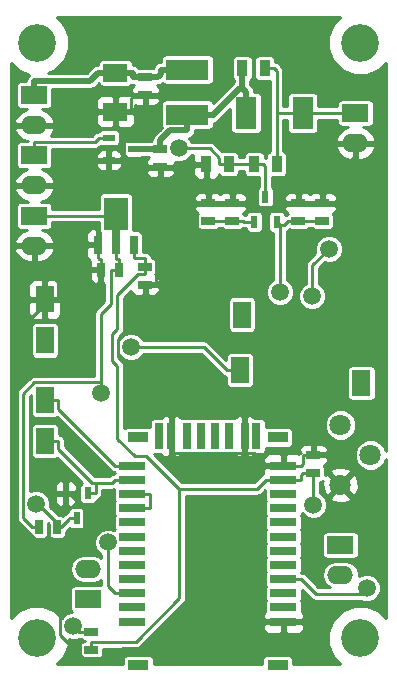
<source format=gtl>
G04 (created by PCBNEW (2013-mar-13)-testing) date Fri 28 Feb 2014 04:48:04 PM CET*
%MOIN*%
G04 Gerber Fmt 3.4, Leading zero omitted, Abs format*
%FSLAX34Y34*%
G01*
G70*
G90*
G04 APERTURE LIST*
%ADD10C,0.005906*%
%ADD11R,0.080000X0.060000*%
%ADD12R,0.045000X0.025000*%
%ADD13R,0.070900X0.106300*%
%ADD14R,0.035000X0.055000*%
%ADD15R,0.025000X0.045000*%
%ADD16R,0.140000X0.070000*%
%ADD17R,0.086600X0.060000*%
%ADD18O,0.086600X0.060000*%
%ADD19R,0.060000X0.086600*%
%ADD20C,0.070866*%
%ADD21R,0.039400X0.023600*%
%ADD22R,0.023600X0.039400*%
%ADD23R,0.088600X0.031400*%
%ADD24R,0.031400X0.088600*%
%ADD25R,0.070800X0.035400*%
%ADD26R,0.070700X0.035400*%
%ADD27R,0.027600X0.063000*%
%ADD28R,0.027600X0.082700*%
%ADD29R,0.078700X0.108300*%
%ADD30C,0.126000*%
%ADD31C,0.059055*%
%ADD32C,0.019685*%
%ADD33C,0.011024*%
%ADD34C,0.010000*%
G04 APERTURE END LIST*
G54D10*
G54D11*
X43100Y-16859D03*
X43100Y-18159D03*
G54D12*
X44100Y-17009D03*
X44100Y-17609D03*
X44600Y-19409D03*
X44600Y-20009D03*
G54D13*
X47455Y-18209D03*
X49345Y-18209D03*
G54D14*
X47325Y-16709D03*
X48075Y-16709D03*
X48475Y-19909D03*
X47725Y-19909D03*
X46875Y-19909D03*
X46125Y-19909D03*
G54D12*
X46200Y-21809D03*
X46200Y-21209D03*
X50000Y-21809D03*
X50000Y-21209D03*
X49700Y-30200D03*
X49700Y-29600D03*
G54D15*
X43213Y-23425D03*
X42613Y-23425D03*
G54D12*
X44094Y-23322D03*
X44094Y-23922D03*
G54D16*
X45500Y-16759D03*
X45500Y-18259D03*
G54D17*
X51100Y-18209D03*
G54D18*
X51100Y-19209D03*
G54D17*
X40393Y-17610D03*
G54D18*
X40393Y-18610D03*
G54D17*
X40393Y-19618D03*
G54D18*
X40393Y-20618D03*
G54D17*
X50600Y-32600D03*
G54D18*
X50600Y-33600D03*
G54D17*
X42200Y-34400D03*
G54D18*
X42200Y-33400D03*
G54D19*
X40748Y-29133D03*
X40748Y-27755D03*
X40748Y-24409D03*
G54D17*
X40393Y-21625D03*
G54D18*
X40393Y-22625D03*
G54D19*
X47244Y-26771D03*
X47322Y-24921D03*
X51300Y-27200D03*
X40748Y-25787D03*
G54D15*
X40566Y-32007D03*
X41166Y-32007D03*
G54D12*
X47000Y-21809D03*
X47000Y-21209D03*
X49200Y-21809D03*
X49200Y-21209D03*
X42300Y-36100D03*
X42300Y-35500D03*
G54D20*
X50600Y-28600D03*
X51600Y-29600D03*
X50600Y-30600D03*
G54D21*
X42884Y-19034D03*
X43716Y-19409D03*
X42884Y-19784D03*
G54D22*
X42186Y-30883D03*
X41811Y-31715D03*
X41436Y-30883D03*
X47725Y-21825D03*
X48100Y-20993D03*
X48475Y-21825D03*
G54D23*
X48700Y-34685D03*
X48700Y-34212D03*
X48700Y-33740D03*
X48700Y-33267D03*
X48700Y-32795D03*
X48700Y-32323D03*
X48700Y-31850D03*
X48700Y-31378D03*
X48700Y-30905D03*
X48700Y-30433D03*
X48700Y-29960D03*
X43661Y-29960D03*
X43661Y-30433D03*
X43661Y-30905D03*
X43661Y-31378D03*
X43661Y-31850D03*
X43661Y-32323D03*
X43661Y-32795D03*
X43661Y-33267D03*
X43661Y-33740D03*
X43661Y-34212D03*
X43661Y-34685D03*
X43661Y-35157D03*
X48700Y-35157D03*
G54D24*
X47794Y-28976D03*
X47401Y-28976D03*
X46889Y-28976D03*
X46416Y-28976D03*
X45944Y-28976D03*
X45472Y-28976D03*
X44960Y-28976D03*
X44566Y-28976D03*
G54D25*
X48503Y-29015D03*
G54D26*
X48503Y-36613D03*
X43857Y-36614D03*
X43857Y-29015D03*
G54D27*
X42519Y-22598D03*
G54D28*
X43110Y-22500D03*
G54D27*
X43701Y-22598D03*
G54D29*
X43110Y-21555D03*
G54D30*
X51259Y-35708D03*
X51259Y-15866D03*
X40472Y-15866D03*
X40472Y-35708D03*
G54D31*
X49700Y-31266D03*
X42622Y-27544D03*
X50208Y-22730D03*
X49661Y-24312D03*
X44932Y-24305D03*
X42838Y-32520D03*
X51474Y-34034D03*
X41693Y-35300D03*
X43626Y-26004D03*
X45228Y-19386D03*
X48582Y-24170D03*
X40463Y-31229D03*
G54D32*
X44622Y-16889D02*
X44502Y-17009D01*
X44622Y-16759D02*
X44622Y-16889D01*
X45500Y-16759D02*
X44622Y-16759D01*
X44301Y-17009D02*
X44502Y-17009D01*
X44301Y-17009D02*
X44100Y-17009D01*
X43697Y-16879D02*
X43677Y-16859D01*
X43697Y-17009D02*
X43697Y-16879D01*
X43100Y-16859D02*
X43677Y-16859D01*
X44100Y-17009D02*
X43697Y-17009D01*
X42249Y-17132D02*
X42522Y-16859D01*
X40393Y-17132D02*
X42249Y-17132D01*
X40393Y-17610D02*
X40393Y-17132D01*
X43100Y-16859D02*
X42522Y-16859D01*
G54D33*
X49700Y-30200D02*
X49700Y-31266D01*
X49277Y-30263D02*
X49341Y-30200D01*
X49277Y-30433D02*
X49277Y-30263D01*
X49700Y-30200D02*
X49341Y-30200D01*
X48989Y-30433D02*
X49277Y-30433D01*
X48989Y-30433D02*
X48700Y-30433D01*
X48700Y-30433D02*
X48123Y-30433D01*
X42300Y-36100D02*
X42300Y-35841D01*
X44078Y-23047D02*
X44094Y-23063D01*
X43701Y-23047D02*
X44078Y-23047D01*
X43701Y-22598D02*
X43701Y-23047D01*
X44094Y-23322D02*
X44094Y-23063D01*
X44094Y-23322D02*
X44094Y-23581D01*
X47817Y-30740D02*
X48123Y-30433D01*
X45231Y-30740D02*
X47817Y-30740D01*
X45231Y-34383D02*
X45231Y-30740D01*
X43773Y-35841D02*
X45231Y-34383D01*
X42300Y-35841D02*
X43773Y-35841D01*
X44130Y-29639D02*
X45231Y-30740D01*
X43750Y-29639D02*
X44130Y-29639D01*
X43167Y-29056D02*
X43750Y-29639D01*
X43167Y-26636D02*
X43167Y-29056D01*
X43000Y-26468D02*
X43167Y-26636D01*
X43000Y-25569D02*
X43000Y-26468D01*
X43167Y-25402D02*
X43000Y-25569D01*
X43167Y-24281D02*
X43167Y-25402D01*
X43867Y-23581D02*
X43167Y-24281D01*
X44094Y-23581D02*
X43867Y-23581D01*
X43213Y-23425D02*
X42954Y-23425D01*
X40566Y-32007D02*
X40307Y-32007D01*
X40393Y-27186D02*
X42622Y-27186D01*
X40017Y-27563D02*
X40393Y-27186D01*
X40017Y-31718D02*
X40017Y-27563D01*
X40307Y-32007D02*
X40017Y-31718D01*
X42622Y-27186D02*
X42622Y-27544D01*
X42622Y-24888D02*
X42622Y-27186D01*
X42954Y-24556D02*
X42622Y-24888D01*
X42954Y-23425D02*
X42954Y-24556D01*
X40393Y-21625D02*
X40960Y-21625D01*
X43110Y-21625D02*
X40960Y-21625D01*
X43110Y-21555D02*
X43110Y-21625D01*
X43110Y-21625D02*
X43110Y-22500D01*
X43128Y-23066D02*
X43213Y-23066D01*
X43110Y-23047D02*
X43128Y-23066D01*
X43110Y-22500D02*
X43110Y-23047D01*
X43213Y-23425D02*
X43213Y-23066D01*
X49661Y-23278D02*
X49661Y-24312D01*
X50208Y-22730D02*
X49661Y-23278D01*
G54D32*
X44920Y-18786D02*
X44600Y-19107D01*
X45500Y-18786D02*
X44920Y-18786D01*
X45500Y-18259D02*
X45500Y-18786D01*
X44600Y-19409D02*
X44600Y-19107D01*
X47455Y-18209D02*
X47455Y-17500D01*
X45500Y-18259D02*
X46377Y-18259D01*
X43715Y-19409D02*
X44600Y-19409D01*
X46377Y-18234D02*
X46377Y-18259D01*
X47241Y-17370D02*
X46377Y-18234D01*
X47325Y-17370D02*
X47241Y-17370D01*
X47325Y-16709D02*
X47325Y-17370D01*
X47325Y-17370D02*
X47455Y-17500D01*
G54D33*
X42403Y-19184D02*
X40393Y-19184D01*
X42553Y-19034D02*
X42403Y-19184D01*
X40393Y-19618D02*
X40393Y-19184D01*
X42884Y-19034D02*
X42553Y-19034D01*
X44600Y-20009D02*
X44600Y-20268D01*
X46125Y-19909D02*
X46125Y-20318D01*
X46200Y-20393D02*
X46200Y-21209D01*
X46125Y-20318D02*
X46200Y-20393D01*
X49341Y-29897D02*
X49341Y-29600D01*
X49277Y-29960D02*
X49341Y-29897D01*
X48700Y-29960D02*
X49277Y-29960D01*
X49700Y-29600D02*
X49341Y-29600D01*
X42538Y-23066D02*
X42613Y-23066D01*
X42519Y-23047D02*
X42538Y-23066D01*
X42519Y-22598D02*
X42519Y-23047D01*
X42613Y-23425D02*
X42613Y-23066D01*
X42613Y-23425D02*
X42354Y-23425D01*
X44100Y-17609D02*
X43741Y-17609D01*
X45716Y-20009D02*
X45816Y-19909D01*
X44600Y-20009D02*
X45716Y-20009D01*
X46125Y-19909D02*
X45816Y-19909D01*
X47401Y-28976D02*
X47401Y-29553D01*
X48700Y-29960D02*
X48123Y-29960D01*
X44600Y-20009D02*
X44241Y-20009D01*
X43633Y-17716D02*
X43741Y-17609D01*
X43633Y-18159D02*
X43633Y-17716D01*
X43100Y-18159D02*
X43633Y-18159D01*
X43100Y-18159D02*
X43100Y-18593D01*
X40393Y-22625D02*
X40393Y-23059D01*
X41436Y-30883D02*
X41562Y-30883D01*
X41182Y-23848D02*
X41182Y-24409D01*
X41931Y-23848D02*
X41182Y-23848D01*
X42354Y-23425D02*
X41931Y-23848D01*
X41182Y-23848D02*
X40393Y-23059D01*
X44960Y-29553D02*
X47401Y-29553D01*
X47716Y-29553D02*
X48123Y-29960D01*
X47401Y-29553D02*
X47716Y-29553D01*
X48700Y-35157D02*
X48123Y-35157D01*
X40748Y-24409D02*
X40917Y-24409D01*
X40917Y-24409D02*
X41182Y-24409D01*
X40902Y-32889D02*
X41264Y-32889D01*
X39828Y-31815D02*
X40902Y-32889D01*
X39828Y-25498D02*
X39828Y-31815D01*
X40917Y-24409D02*
X39828Y-25498D01*
X41264Y-35608D02*
X41264Y-32889D01*
X42014Y-36359D02*
X41264Y-35608D01*
X43031Y-36359D02*
X42014Y-36359D01*
X43360Y-36030D02*
X43031Y-36359D01*
X47251Y-36030D02*
X43360Y-36030D01*
X48123Y-35157D02*
X47251Y-36030D01*
X42063Y-31384D02*
X41562Y-30883D01*
X42063Y-32090D02*
X42063Y-31384D01*
X41264Y-32889D02*
X42063Y-32090D01*
X49200Y-21209D02*
X48841Y-21209D01*
X47000Y-21209D02*
X46200Y-21209D01*
X48720Y-21329D02*
X48841Y-21209D01*
X47479Y-21329D02*
X48720Y-21329D01*
X47358Y-21209D02*
X47479Y-21329D01*
X47000Y-21209D02*
X47358Y-21209D01*
X44960Y-29264D02*
X44960Y-29553D01*
X49200Y-21209D02*
X50000Y-21209D01*
X50000Y-20743D02*
X51100Y-19643D01*
X50000Y-21209D02*
X50000Y-20743D01*
X51100Y-19209D02*
X51100Y-19643D01*
X44094Y-23922D02*
X44453Y-23922D01*
X44453Y-20414D02*
X44453Y-23922D01*
X44600Y-20268D02*
X44453Y-20414D01*
X44549Y-23922D02*
X44932Y-24305D01*
X44453Y-23922D02*
X44549Y-23922D01*
X44960Y-29264D02*
X44960Y-28976D01*
X44094Y-24837D02*
X44094Y-23922D01*
X43191Y-25740D02*
X44094Y-24837D01*
X43191Y-26345D02*
X43191Y-25740D01*
X44960Y-28114D02*
X43191Y-26345D01*
X44960Y-28976D02*
X44960Y-28114D01*
X42302Y-20618D02*
X42884Y-20036D01*
X40393Y-20618D02*
X42302Y-20618D01*
X42884Y-19784D02*
X42884Y-20036D01*
X42884Y-19784D02*
X43215Y-19784D01*
X43379Y-19619D02*
X43215Y-19784D01*
X43379Y-18873D02*
X43379Y-19619D01*
X43100Y-18593D02*
X43379Y-18873D01*
X43769Y-20009D02*
X44241Y-20009D01*
X43379Y-19619D02*
X43769Y-20009D01*
X43661Y-34212D02*
X43084Y-34212D01*
X42838Y-33965D02*
X43084Y-34212D01*
X42838Y-32520D02*
X42838Y-33965D01*
X51275Y-34234D02*
X51474Y-34034D01*
X49771Y-34234D02*
X51275Y-34234D01*
X49277Y-33740D02*
X49771Y-34234D01*
X48700Y-33740D02*
X49277Y-33740D01*
X41182Y-28057D02*
X41182Y-27755D01*
X43084Y-29960D02*
X41182Y-28057D01*
X43661Y-29960D02*
X43084Y-29960D01*
X40748Y-27755D02*
X41182Y-27755D01*
X42300Y-35500D02*
X41941Y-35500D01*
X41893Y-35500D02*
X41693Y-35300D01*
X41941Y-35500D02*
X41893Y-35500D01*
X42186Y-30883D02*
X42437Y-30883D01*
X40748Y-29133D02*
X41182Y-29133D01*
X42437Y-30540D02*
X42437Y-30883D01*
X42309Y-30540D02*
X42437Y-30540D01*
X41182Y-29412D02*
X42309Y-30540D01*
X41182Y-29133D02*
X41182Y-29412D01*
X42978Y-30540D02*
X43084Y-30433D01*
X42437Y-30540D02*
X42978Y-30540D01*
X43661Y-30433D02*
X43084Y-30433D01*
X47244Y-26771D02*
X46810Y-26771D01*
X46042Y-26004D02*
X43626Y-26004D01*
X46810Y-26771D02*
X46042Y-26004D01*
X48100Y-19975D02*
X48033Y-19909D01*
X48100Y-20993D02*
X48100Y-19975D01*
X47725Y-19909D02*
X48033Y-19909D01*
X46875Y-19909D02*
X47725Y-19909D01*
X46246Y-19386D02*
X45228Y-19386D01*
X46566Y-19706D02*
X46246Y-19386D01*
X46566Y-19909D02*
X46566Y-19706D01*
X46875Y-19909D02*
X46566Y-19909D01*
X49200Y-21809D02*
X50000Y-21809D01*
X49200Y-21809D02*
X48841Y-21809D01*
X48717Y-21933D02*
X48582Y-21933D01*
X48841Y-21809D02*
X48717Y-21933D01*
X48582Y-21933D02*
X48475Y-21825D01*
X48582Y-21933D02*
X48582Y-24170D01*
X47000Y-21809D02*
X46200Y-21809D01*
X47374Y-21825D02*
X47358Y-21809D01*
X47725Y-21825D02*
X47374Y-21825D01*
X47000Y-21809D02*
X47358Y-21809D01*
X41166Y-32007D02*
X41295Y-32007D01*
X40517Y-31229D02*
X40463Y-31229D01*
X41295Y-32007D02*
X40517Y-31229D01*
X41559Y-31744D02*
X41295Y-32007D01*
X41559Y-31715D02*
X41559Y-31744D01*
X41811Y-31715D02*
X41559Y-31715D01*
X48475Y-19909D02*
X48475Y-19547D01*
X48075Y-16709D02*
X48383Y-16709D01*
X51100Y-18209D02*
X49345Y-18209D01*
X49345Y-18209D02*
X48856Y-18209D01*
X48856Y-18209D02*
X48475Y-18209D01*
X48475Y-19547D02*
X48475Y-18209D01*
X48475Y-16800D02*
X48383Y-16709D01*
X48475Y-18209D02*
X48475Y-16800D01*
X44238Y-31378D02*
X44238Y-30905D01*
X43661Y-31378D02*
X44238Y-31378D01*
X43661Y-30905D02*
X44238Y-30905D01*
G54D10*
G36*
X52115Y-35045D02*
X51869Y-34798D01*
X51474Y-34634D01*
X51047Y-34634D01*
X50652Y-34797D01*
X50349Y-35099D01*
X50186Y-35494D01*
X50185Y-35921D01*
X50348Y-36316D01*
X50596Y-36564D01*
X49393Y-36564D01*
X49393Y-35363D01*
X49393Y-35269D01*
X49331Y-35207D01*
X48750Y-35207D01*
X48750Y-35501D01*
X48813Y-35564D01*
X49094Y-35564D01*
X49193Y-35564D01*
X49285Y-35526D01*
X49355Y-35455D01*
X49393Y-35363D01*
X49393Y-36564D01*
X49025Y-36564D01*
X49025Y-36402D01*
X48999Y-36341D01*
X48952Y-36293D01*
X48890Y-36268D01*
X48823Y-36268D01*
X48650Y-36268D01*
X48650Y-35501D01*
X48650Y-35207D01*
X48070Y-35207D01*
X48007Y-35269D01*
X48007Y-35363D01*
X48045Y-35455D01*
X48116Y-35526D01*
X48208Y-35564D01*
X48307Y-35564D01*
X48588Y-35564D01*
X48650Y-35501D01*
X48650Y-36268D01*
X48116Y-36268D01*
X48055Y-36293D01*
X48007Y-36341D01*
X47982Y-36402D01*
X47982Y-36469D01*
X47982Y-36564D01*
X44379Y-36564D01*
X44379Y-36403D01*
X44353Y-36342D01*
X44306Y-36294D01*
X44244Y-36269D01*
X44177Y-36269D01*
X43470Y-36269D01*
X43409Y-36294D01*
X43361Y-36342D01*
X43336Y-36403D01*
X43336Y-36470D01*
X43336Y-36564D01*
X41135Y-36564D01*
X41382Y-36317D01*
X41546Y-35923D01*
X41546Y-35740D01*
X41600Y-35763D01*
X41785Y-35763D01*
X41886Y-35721D01*
X41893Y-35723D01*
X41893Y-35723D01*
X41893Y-35723D01*
X41935Y-35723D01*
X41979Y-35767D01*
X42041Y-35793D01*
X42086Y-35793D01*
X42083Y-35806D01*
X42041Y-35806D01*
X41979Y-35832D01*
X41932Y-35879D01*
X41906Y-35941D01*
X41906Y-36008D01*
X41906Y-36258D01*
X41932Y-36320D01*
X41979Y-36367D01*
X42041Y-36393D01*
X42108Y-36393D01*
X42558Y-36393D01*
X42620Y-36367D01*
X42667Y-36320D01*
X42693Y-36258D01*
X42693Y-36191D01*
X42693Y-36064D01*
X43773Y-36064D01*
X43773Y-36064D01*
X43773Y-36064D01*
X43844Y-36050D01*
X43858Y-36047D01*
X43858Y-36047D01*
X43931Y-35998D01*
X45389Y-34540D01*
X45389Y-34540D01*
X45389Y-34540D01*
X45437Y-34468D01*
X45454Y-34383D01*
X45454Y-30963D01*
X47817Y-30963D01*
X47817Y-30963D01*
X47817Y-30963D01*
X47888Y-30949D01*
X47902Y-30946D01*
X47902Y-30946D01*
X47974Y-30897D01*
X48089Y-30783D01*
X48089Y-31095D01*
X48108Y-31141D01*
X48089Y-31187D01*
X48089Y-31254D01*
X48089Y-31568D01*
X48108Y-31614D01*
X48089Y-31659D01*
X48089Y-31726D01*
X48089Y-32040D01*
X48108Y-32086D01*
X48089Y-32132D01*
X48089Y-32199D01*
X48089Y-32513D01*
X48108Y-32559D01*
X48089Y-32604D01*
X48089Y-32671D01*
X48089Y-32985D01*
X48108Y-33031D01*
X48089Y-33076D01*
X48089Y-33143D01*
X48089Y-33457D01*
X48108Y-33503D01*
X48089Y-33549D01*
X48089Y-33616D01*
X48089Y-33930D01*
X48108Y-33976D01*
X48089Y-34021D01*
X48089Y-34088D01*
X48089Y-34402D01*
X48108Y-34448D01*
X48089Y-34494D01*
X48089Y-34561D01*
X48089Y-34814D01*
X48045Y-34858D01*
X48007Y-34950D01*
X48007Y-35044D01*
X48070Y-35107D01*
X48650Y-35107D01*
X48650Y-35099D01*
X48750Y-35099D01*
X48750Y-35107D01*
X49331Y-35107D01*
X49393Y-35044D01*
X49393Y-34950D01*
X49355Y-34858D01*
X49312Y-34814D01*
X49312Y-34808D01*
X49312Y-34494D01*
X49292Y-34448D01*
X49312Y-34402D01*
X49312Y-34335D01*
X49312Y-34090D01*
X49613Y-34391D01*
X49613Y-34391D01*
X49686Y-34440D01*
X49771Y-34457D01*
X51275Y-34457D01*
X51275Y-34457D01*
X51275Y-34457D01*
X51281Y-34456D01*
X51382Y-34497D01*
X51566Y-34498D01*
X51736Y-34427D01*
X51867Y-34297D01*
X51938Y-34127D01*
X51938Y-33942D01*
X51867Y-33772D01*
X51737Y-33641D01*
X51567Y-33571D01*
X51382Y-33571D01*
X51212Y-33641D01*
X51202Y-33651D01*
X51212Y-33600D01*
X51208Y-33579D01*
X51208Y-30694D01*
X51198Y-30454D01*
X51126Y-30279D01*
X51025Y-30245D01*
X50954Y-30316D01*
X50954Y-30174D01*
X50920Y-30073D01*
X50694Y-29991D01*
X50454Y-30001D01*
X50279Y-30073D01*
X50245Y-30174D01*
X50600Y-30529D01*
X50954Y-30174D01*
X50954Y-30316D01*
X50670Y-30600D01*
X51025Y-30954D01*
X51126Y-30920D01*
X51208Y-30694D01*
X51208Y-33579D01*
X51201Y-33540D01*
X51201Y-32933D01*
X51201Y-32866D01*
X51201Y-32266D01*
X51175Y-32204D01*
X51128Y-32157D01*
X51066Y-32131D01*
X50999Y-32131D01*
X50954Y-32131D01*
X50954Y-31025D01*
X50600Y-30670D01*
X50245Y-31025D01*
X50279Y-31126D01*
X50505Y-31208D01*
X50745Y-31198D01*
X50920Y-31126D01*
X50954Y-31025D01*
X50954Y-32131D01*
X50133Y-32131D01*
X50071Y-32157D01*
X50024Y-32204D01*
X49998Y-32266D01*
X49998Y-32333D01*
X49998Y-32933D01*
X50024Y-32995D01*
X50071Y-33042D01*
X50133Y-33068D01*
X50200Y-33068D01*
X51066Y-33068D01*
X51128Y-33042D01*
X51175Y-32995D01*
X51201Y-32933D01*
X51201Y-33540D01*
X51177Y-33420D01*
X51075Y-33268D01*
X50923Y-33167D01*
X50744Y-33131D01*
X50455Y-33131D01*
X50276Y-33167D01*
X50124Y-33268D01*
X50022Y-33420D01*
X49987Y-33600D01*
X50022Y-33779D01*
X50124Y-33931D01*
X50243Y-34010D01*
X49864Y-34010D01*
X49435Y-33582D01*
X49363Y-33534D01*
X49349Y-33531D01*
X49300Y-33521D01*
X49292Y-33503D01*
X49312Y-33457D01*
X49312Y-33390D01*
X49312Y-33076D01*
X49293Y-33031D01*
X49312Y-32985D01*
X49312Y-32918D01*
X49312Y-32604D01*
X49293Y-32559D01*
X49312Y-32513D01*
X49312Y-32446D01*
X49312Y-32132D01*
X49292Y-32086D01*
X49312Y-32040D01*
X49312Y-31973D01*
X49312Y-31659D01*
X49293Y-31614D01*
X49312Y-31568D01*
X49312Y-31533D01*
X49437Y-31658D01*
X49607Y-31729D01*
X49791Y-31729D01*
X49962Y-31659D01*
X50092Y-31528D01*
X50163Y-31358D01*
X50163Y-31174D01*
X50093Y-31003D01*
X49962Y-30873D01*
X49923Y-30856D01*
X49923Y-30493D01*
X49958Y-30493D01*
X50002Y-30474D01*
X49991Y-30505D01*
X50001Y-30745D01*
X50073Y-30920D01*
X50174Y-30954D01*
X50529Y-30600D01*
X50174Y-30245D01*
X50093Y-30272D01*
X50093Y-30041D01*
X50067Y-29979D01*
X50036Y-29949D01*
X50066Y-29936D01*
X50136Y-29866D01*
X50175Y-29774D01*
X50175Y-29712D01*
X50175Y-29487D01*
X50175Y-29425D01*
X50136Y-29333D01*
X50066Y-29263D01*
X49974Y-29225D01*
X49875Y-29225D01*
X49812Y-29225D01*
X49750Y-29287D01*
X49750Y-29550D01*
X50112Y-29550D01*
X50175Y-29487D01*
X50175Y-29712D01*
X50112Y-29650D01*
X49750Y-29650D01*
X49750Y-29657D01*
X49650Y-29657D01*
X49650Y-29650D01*
X49642Y-29650D01*
X49642Y-29550D01*
X49650Y-29550D01*
X49650Y-29287D01*
X49587Y-29225D01*
X49524Y-29225D01*
X49425Y-29225D01*
X49333Y-29263D01*
X49263Y-29333D01*
X49225Y-29425D01*
X49225Y-29487D01*
X49287Y-29549D01*
X49225Y-29549D01*
X49225Y-29566D01*
X49193Y-29553D01*
X49094Y-29553D01*
X49026Y-29553D01*
X49026Y-29225D01*
X49026Y-29158D01*
X49026Y-28804D01*
X49000Y-28743D01*
X48953Y-28695D01*
X48891Y-28670D01*
X48824Y-28670D01*
X48120Y-28670D01*
X48120Y-28499D01*
X48094Y-28438D01*
X48047Y-28390D01*
X48011Y-28375D01*
X48011Y-22055D01*
X48011Y-21989D01*
X48011Y-21595D01*
X47985Y-21533D01*
X47938Y-21485D01*
X47876Y-21460D01*
X47809Y-21460D01*
X47573Y-21460D01*
X47511Y-21485D01*
X47464Y-21533D01*
X47438Y-21595D01*
X47438Y-21602D01*
X47430Y-21600D01*
X47365Y-21587D01*
X47336Y-21558D01*
X47366Y-21546D01*
X47436Y-21476D01*
X47475Y-21384D01*
X47475Y-21321D01*
X47475Y-21096D01*
X47475Y-21034D01*
X47436Y-20942D01*
X47366Y-20872D01*
X47274Y-20834D01*
X47175Y-20834D01*
X47112Y-20834D01*
X47050Y-20896D01*
X47050Y-21159D01*
X47412Y-21159D01*
X47475Y-21096D01*
X47475Y-21321D01*
X47412Y-21259D01*
X47050Y-21259D01*
X47050Y-21267D01*
X46950Y-21267D01*
X46950Y-21259D01*
X46950Y-21159D01*
X46950Y-20896D01*
X46887Y-20834D01*
X46824Y-20834D01*
X46725Y-20834D01*
X46633Y-20872D01*
X46600Y-20905D01*
X46566Y-20872D01*
X46474Y-20834D01*
X46375Y-20834D01*
X46312Y-20834D01*
X46250Y-20896D01*
X46250Y-21159D01*
X46587Y-21159D01*
X46612Y-21159D01*
X46950Y-21159D01*
X46950Y-21259D01*
X46612Y-21259D01*
X46587Y-21259D01*
X46250Y-21259D01*
X46250Y-21267D01*
X46150Y-21267D01*
X46150Y-21259D01*
X46150Y-21159D01*
X46150Y-20896D01*
X46087Y-20834D01*
X46075Y-20834D01*
X46075Y-20371D01*
X46075Y-19959D01*
X45762Y-19959D01*
X45700Y-20021D01*
X45700Y-20134D01*
X45700Y-20234D01*
X45738Y-20326D01*
X45808Y-20396D01*
X45900Y-20434D01*
X46012Y-20434D01*
X46075Y-20371D01*
X46075Y-20834D01*
X46024Y-20834D01*
X45925Y-20834D01*
X45833Y-20872D01*
X45763Y-20942D01*
X45725Y-21034D01*
X45725Y-21096D01*
X45787Y-21159D01*
X46150Y-21159D01*
X46150Y-21259D01*
X45787Y-21259D01*
X45725Y-21321D01*
X45725Y-21384D01*
X45763Y-21476D01*
X45833Y-21546D01*
X45863Y-21558D01*
X45832Y-21589D01*
X45806Y-21651D01*
X45806Y-21717D01*
X45806Y-21967D01*
X45832Y-22029D01*
X45879Y-22076D01*
X45941Y-22102D01*
X46008Y-22102D01*
X46458Y-22102D01*
X46520Y-22076D01*
X46564Y-22032D01*
X46635Y-22032D01*
X46679Y-22076D01*
X46741Y-22102D01*
X46808Y-22102D01*
X47258Y-22102D01*
X47320Y-22076D01*
X47352Y-22044D01*
X47374Y-22048D01*
X47374Y-22048D01*
X47374Y-22048D01*
X47438Y-22048D01*
X47438Y-22055D01*
X47464Y-22117D01*
X47511Y-22164D01*
X47573Y-22190D01*
X47640Y-22190D01*
X47876Y-22190D01*
X47938Y-22164D01*
X47985Y-22117D01*
X48011Y-22055D01*
X48011Y-28375D01*
X47985Y-28365D01*
X47918Y-28365D01*
X47790Y-28365D01*
X47790Y-25387D01*
X47790Y-25320D01*
X47790Y-24454D01*
X47765Y-24393D01*
X47718Y-24345D01*
X47656Y-24320D01*
X47589Y-24320D01*
X46989Y-24320D01*
X46927Y-24345D01*
X46880Y-24393D01*
X46854Y-24454D01*
X46854Y-24521D01*
X46854Y-25387D01*
X46880Y-25449D01*
X46927Y-25496D01*
X46989Y-25522D01*
X47056Y-25522D01*
X47656Y-25522D01*
X47718Y-25496D01*
X47765Y-25449D01*
X47790Y-25387D01*
X47790Y-28365D01*
X47744Y-28365D01*
X47700Y-28321D01*
X47608Y-28283D01*
X47514Y-28283D01*
X47451Y-28345D01*
X47451Y-28926D01*
X47459Y-28926D01*
X47459Y-29026D01*
X47451Y-29026D01*
X47451Y-29606D01*
X47514Y-29669D01*
X47608Y-29669D01*
X47700Y-29631D01*
X47744Y-29587D01*
X47985Y-29587D01*
X48047Y-29561D01*
X48094Y-29514D01*
X48120Y-29452D01*
X48120Y-29385D01*
X48120Y-29360D01*
X48183Y-29360D01*
X48891Y-29360D01*
X48953Y-29334D01*
X49000Y-29287D01*
X49026Y-29225D01*
X49026Y-29553D01*
X48813Y-29553D01*
X48750Y-29615D01*
X48750Y-29910D01*
X48758Y-29910D01*
X48758Y-30010D01*
X48750Y-30010D01*
X48750Y-30018D01*
X48650Y-30018D01*
X48650Y-30010D01*
X48650Y-29910D01*
X48650Y-29615D01*
X48588Y-29553D01*
X48307Y-29553D01*
X48208Y-29553D01*
X48116Y-29591D01*
X48045Y-29661D01*
X48007Y-29753D01*
X48007Y-29847D01*
X48070Y-29910D01*
X48650Y-29910D01*
X48650Y-30010D01*
X48070Y-30010D01*
X48007Y-30072D01*
X48007Y-30166D01*
X48034Y-30230D01*
X48014Y-30243D01*
X47966Y-30275D01*
X47966Y-30275D01*
X47724Y-30516D01*
X47351Y-30516D01*
X47351Y-29606D01*
X47351Y-29026D01*
X47344Y-29026D01*
X47344Y-28926D01*
X47351Y-28926D01*
X47351Y-28345D01*
X47289Y-28283D01*
X47195Y-28283D01*
X47103Y-28321D01*
X47059Y-28365D01*
X47013Y-28365D01*
X46699Y-28365D01*
X46653Y-28384D01*
X46607Y-28365D01*
X46540Y-28365D01*
X46226Y-28365D01*
X46180Y-28384D01*
X46135Y-28365D01*
X46068Y-28365D01*
X45754Y-28365D01*
X45708Y-28384D01*
X45663Y-28365D01*
X45596Y-28365D01*
X45303Y-28365D01*
X45259Y-28321D01*
X45167Y-28283D01*
X45073Y-28283D01*
X45010Y-28345D01*
X45010Y-28926D01*
X45018Y-28926D01*
X45018Y-29026D01*
X45010Y-29026D01*
X45010Y-29606D01*
X45073Y-29669D01*
X45167Y-29669D01*
X45259Y-29631D01*
X45303Y-29587D01*
X45349Y-29587D01*
X45663Y-29587D01*
X45708Y-29568D01*
X45754Y-29587D01*
X45821Y-29587D01*
X46135Y-29587D01*
X46180Y-29568D01*
X46226Y-29587D01*
X46293Y-29587D01*
X46607Y-29587D01*
X46653Y-29568D01*
X46699Y-29587D01*
X46766Y-29587D01*
X47059Y-29587D01*
X47103Y-29631D01*
X47195Y-29669D01*
X47289Y-29669D01*
X47351Y-29606D01*
X47351Y-30516D01*
X45323Y-30516D01*
X44394Y-29587D01*
X44443Y-29587D01*
X44618Y-29587D01*
X44662Y-29631D01*
X44754Y-29669D01*
X44848Y-29669D01*
X44910Y-29606D01*
X44910Y-29026D01*
X44903Y-29026D01*
X44903Y-28926D01*
X44910Y-28926D01*
X44910Y-28345D01*
X44848Y-28283D01*
X44754Y-28283D01*
X44662Y-28321D01*
X44618Y-28365D01*
X44376Y-28365D01*
X44314Y-28390D01*
X44267Y-28438D01*
X44241Y-28499D01*
X44241Y-28566D01*
X44241Y-28670D01*
X44177Y-28670D01*
X43470Y-28670D01*
X43409Y-28695D01*
X43391Y-28713D01*
X43391Y-26636D01*
X43391Y-26636D01*
X43391Y-26636D01*
X43374Y-26550D01*
X43325Y-26478D01*
X43325Y-26478D01*
X43223Y-26376D01*
X43223Y-26242D01*
X43233Y-26266D01*
X43363Y-26396D01*
X43534Y-26467D01*
X43718Y-26467D01*
X43888Y-26397D01*
X44019Y-26267D01*
X44035Y-26227D01*
X45950Y-26227D01*
X46652Y-26929D01*
X46652Y-26929D01*
X46724Y-26977D01*
X46775Y-26988D01*
X46775Y-27238D01*
X46801Y-27299D01*
X46848Y-27347D01*
X46910Y-27372D01*
X46977Y-27372D01*
X47577Y-27372D01*
X47639Y-27347D01*
X47686Y-27299D01*
X47712Y-27238D01*
X47712Y-27171D01*
X47712Y-26305D01*
X47686Y-26243D01*
X47639Y-26196D01*
X47577Y-26170D01*
X47510Y-26170D01*
X46910Y-26170D01*
X46848Y-26196D01*
X46801Y-26243D01*
X46775Y-26305D01*
X46775Y-26372D01*
X46775Y-26421D01*
X46200Y-25846D01*
X46128Y-25798D01*
X46114Y-25795D01*
X46042Y-25781D01*
X46042Y-25781D01*
X45075Y-25781D01*
X45075Y-20184D01*
X45075Y-20121D01*
X45012Y-20059D01*
X44650Y-20059D01*
X44650Y-20321D01*
X44712Y-20384D01*
X44775Y-20384D01*
X44874Y-20384D01*
X44966Y-20346D01*
X45036Y-20276D01*
X45075Y-20184D01*
X45075Y-25781D01*
X44569Y-25781D01*
X44569Y-24096D01*
X44569Y-24034D01*
X44506Y-23972D01*
X44144Y-23972D01*
X44144Y-24234D01*
X44206Y-24297D01*
X44269Y-24297D01*
X44369Y-24297D01*
X44461Y-24258D01*
X44531Y-24188D01*
X44569Y-24096D01*
X44569Y-25781D01*
X44035Y-25781D01*
X44019Y-25742D01*
X43889Y-25611D01*
X43719Y-25541D01*
X43534Y-25540D01*
X43364Y-25611D01*
X43234Y-25741D01*
X43223Y-25766D01*
X43223Y-25661D01*
X43325Y-25559D01*
X43325Y-25559D01*
X43325Y-25559D01*
X43374Y-25487D01*
X43391Y-25402D01*
X43391Y-25402D01*
X43391Y-25402D01*
X43391Y-24373D01*
X43633Y-24130D01*
X43657Y-24188D01*
X43727Y-24258D01*
X43819Y-24297D01*
X43919Y-24297D01*
X43981Y-24297D01*
X44044Y-24234D01*
X44044Y-23972D01*
X44036Y-23972D01*
X44036Y-23872D01*
X44044Y-23872D01*
X44044Y-23864D01*
X44144Y-23864D01*
X44144Y-23872D01*
X44506Y-23872D01*
X44569Y-23809D01*
X44569Y-23747D01*
X44550Y-23700D01*
X44550Y-20321D01*
X44550Y-20059D01*
X44187Y-20059D01*
X44125Y-20121D01*
X44125Y-20184D01*
X44163Y-20276D01*
X44233Y-20346D01*
X44325Y-20384D01*
X44424Y-20384D01*
X44487Y-20384D01*
X44550Y-20321D01*
X44550Y-23700D01*
X44531Y-23655D01*
X44461Y-23585D01*
X44431Y-23572D01*
X44462Y-23542D01*
X44487Y-23480D01*
X44487Y-23413D01*
X44487Y-23163D01*
X44462Y-23101D01*
X44414Y-23054D01*
X44352Y-23028D01*
X44310Y-23028D01*
X44303Y-22991D01*
X44300Y-22977D01*
X44300Y-22977D01*
X44252Y-22905D01*
X44252Y-22905D01*
X44236Y-22889D01*
X44164Y-22841D01*
X44150Y-22838D01*
X44078Y-22824D01*
X44078Y-22824D01*
X44007Y-22824D01*
X44007Y-22249D01*
X43981Y-22188D01*
X43934Y-22140D01*
X43872Y-22115D01*
X43805Y-22115D01*
X43671Y-22115D01*
X43671Y-22063D01*
X43671Y-20980D01*
X43646Y-20918D01*
X43598Y-20871D01*
X43537Y-20845D01*
X43470Y-20845D01*
X43331Y-20845D01*
X43331Y-19952D01*
X43331Y-19896D01*
X43331Y-19671D01*
X43331Y-19616D01*
X43292Y-19524D01*
X43249Y-19481D01*
X43249Y-19185D01*
X43249Y-19119D01*
X43249Y-18883D01*
X43223Y-18821D01*
X43176Y-18773D01*
X43114Y-18748D01*
X43050Y-18748D01*
X43050Y-18646D01*
X43050Y-18209D01*
X43050Y-18109D01*
X43050Y-17671D01*
X42987Y-17609D01*
X42749Y-17609D01*
X42650Y-17609D01*
X42558Y-17647D01*
X42488Y-17717D01*
X42450Y-17809D01*
X42450Y-18046D01*
X42512Y-18109D01*
X43050Y-18109D01*
X43050Y-18209D01*
X42512Y-18209D01*
X42450Y-18271D01*
X42450Y-18509D01*
X42488Y-18601D01*
X42558Y-18671D01*
X42650Y-18709D01*
X42749Y-18709D01*
X42987Y-18709D01*
X43050Y-18646D01*
X43050Y-18748D01*
X43047Y-18748D01*
X42653Y-18748D01*
X42591Y-18773D01*
X42554Y-18811D01*
X42553Y-18811D01*
X42553Y-18811D01*
X42481Y-18825D01*
X42467Y-18828D01*
X42395Y-18876D01*
X42310Y-18960D01*
X40952Y-18960D01*
X41053Y-18774D01*
X41059Y-18745D01*
X41011Y-18660D01*
X40443Y-18660D01*
X40443Y-18668D01*
X40343Y-18668D01*
X40343Y-18660D01*
X39775Y-18660D01*
X39727Y-18745D01*
X39733Y-18774D01*
X39836Y-18963D01*
X40004Y-19099D01*
X40176Y-19150D01*
X39927Y-19150D01*
X39865Y-19175D01*
X39818Y-19222D01*
X39792Y-19284D01*
X39792Y-19351D01*
X39792Y-19951D01*
X39818Y-20013D01*
X39865Y-20060D01*
X39927Y-20086D01*
X39994Y-20086D01*
X40149Y-20086D01*
X40004Y-20129D01*
X39836Y-20264D01*
X39733Y-20453D01*
X39727Y-20483D01*
X39775Y-20568D01*
X40343Y-20568D01*
X40343Y-20560D01*
X40443Y-20560D01*
X40443Y-20568D01*
X41011Y-20568D01*
X41059Y-20483D01*
X41053Y-20453D01*
X40950Y-20264D01*
X40783Y-20129D01*
X40638Y-20086D01*
X40860Y-20086D01*
X40921Y-20060D01*
X40969Y-20013D01*
X40994Y-19951D01*
X40994Y-19884D01*
X40994Y-19407D01*
X42403Y-19407D01*
X42403Y-19407D01*
X42403Y-19407D01*
X42474Y-19393D01*
X42488Y-19390D01*
X42488Y-19390D01*
X42561Y-19341D01*
X42603Y-19299D01*
X42653Y-19320D01*
X42720Y-19320D01*
X43114Y-19320D01*
X43176Y-19294D01*
X43223Y-19247D01*
X43249Y-19185D01*
X43249Y-19481D01*
X43222Y-19454D01*
X43130Y-19416D01*
X43031Y-19416D01*
X42996Y-19416D01*
X42934Y-19478D01*
X42934Y-19734D01*
X43268Y-19734D01*
X43331Y-19671D01*
X43331Y-19896D01*
X43268Y-19834D01*
X42934Y-19834D01*
X42934Y-20089D01*
X42996Y-20152D01*
X43031Y-20152D01*
X43130Y-20152D01*
X43222Y-20114D01*
X43292Y-20044D01*
X43331Y-19952D01*
X43331Y-20845D01*
X42834Y-20845D01*
X42834Y-20089D01*
X42834Y-19834D01*
X42834Y-19734D01*
X42834Y-19478D01*
X42771Y-19416D01*
X42736Y-19416D01*
X42637Y-19416D01*
X42545Y-19454D01*
X42475Y-19524D01*
X42437Y-19616D01*
X42437Y-19671D01*
X42499Y-19734D01*
X42834Y-19734D01*
X42834Y-19834D01*
X42499Y-19834D01*
X42437Y-19896D01*
X42437Y-19952D01*
X42475Y-20044D01*
X42545Y-20114D01*
X42637Y-20152D01*
X42736Y-20152D01*
X42771Y-20152D01*
X42834Y-20089D01*
X42834Y-20845D01*
X42683Y-20845D01*
X42621Y-20871D01*
X42574Y-20918D01*
X42548Y-20980D01*
X42548Y-21047D01*
X42548Y-21402D01*
X40994Y-21402D01*
X40994Y-21292D01*
X40969Y-21230D01*
X40921Y-21183D01*
X40860Y-21157D01*
X40793Y-21157D01*
X40611Y-21157D01*
X40783Y-21107D01*
X40950Y-20971D01*
X41053Y-20782D01*
X41059Y-20753D01*
X41011Y-20668D01*
X40443Y-20668D01*
X40443Y-20675D01*
X40343Y-20675D01*
X40343Y-20668D01*
X39775Y-20668D01*
X39727Y-20753D01*
X39733Y-20782D01*
X39836Y-20971D01*
X40004Y-21107D01*
X40176Y-21157D01*
X39927Y-21157D01*
X39865Y-21183D01*
X39818Y-21230D01*
X39792Y-21292D01*
X39792Y-21359D01*
X39792Y-21959D01*
X39818Y-22021D01*
X39865Y-22068D01*
X39927Y-22094D01*
X39994Y-22094D01*
X40149Y-22094D01*
X40004Y-22136D01*
X39836Y-22272D01*
X39733Y-22461D01*
X39727Y-22490D01*
X39775Y-22575D01*
X40343Y-22575D01*
X40343Y-22568D01*
X40443Y-22568D01*
X40443Y-22575D01*
X41011Y-22575D01*
X41059Y-22490D01*
X41053Y-22461D01*
X40950Y-22272D01*
X40783Y-22136D01*
X40638Y-22094D01*
X40860Y-22094D01*
X40921Y-22068D01*
X40969Y-22021D01*
X40994Y-21959D01*
X40994Y-21892D01*
X40994Y-21849D01*
X42548Y-21849D01*
X42548Y-22130D01*
X42569Y-22180D01*
X42569Y-22548D01*
X42577Y-22548D01*
X42577Y-22648D01*
X42569Y-22648D01*
X42569Y-22656D01*
X42469Y-22656D01*
X42469Y-22648D01*
X42469Y-22548D01*
X42469Y-22095D01*
X42406Y-22033D01*
X42331Y-22033D01*
X42239Y-22071D01*
X42169Y-22141D01*
X42131Y-22233D01*
X42131Y-22333D01*
X42131Y-22485D01*
X42193Y-22548D01*
X42469Y-22548D01*
X42469Y-22648D01*
X42193Y-22648D01*
X42131Y-22710D01*
X42131Y-22863D01*
X42131Y-22963D01*
X42169Y-23055D01*
X42239Y-23125D01*
X42247Y-23128D01*
X42238Y-23150D01*
X42238Y-23249D01*
X42238Y-23312D01*
X42300Y-23375D01*
X42563Y-23375D01*
X42563Y-23367D01*
X42663Y-23367D01*
X42663Y-23375D01*
X42671Y-23375D01*
X42671Y-23475D01*
X42663Y-23475D01*
X42663Y-23837D01*
X42725Y-23900D01*
X42731Y-23900D01*
X42731Y-24464D01*
X42563Y-24631D01*
X42563Y-23837D01*
X42563Y-23475D01*
X42300Y-23475D01*
X42238Y-23537D01*
X42238Y-23600D01*
X42238Y-23699D01*
X42276Y-23791D01*
X42346Y-23862D01*
X42438Y-23900D01*
X42500Y-23900D01*
X42563Y-23837D01*
X42563Y-24631D01*
X42464Y-24731D01*
X42415Y-24803D01*
X42413Y-24817D01*
X42398Y-24888D01*
X42398Y-24888D01*
X42398Y-26963D01*
X41298Y-26963D01*
X41298Y-24892D01*
X41298Y-24792D01*
X41298Y-24521D01*
X41298Y-24296D01*
X41298Y-24026D01*
X41298Y-23926D01*
X41259Y-23834D01*
X41189Y-23764D01*
X41097Y-23726D01*
X41059Y-23726D01*
X41059Y-22761D01*
X41011Y-22675D01*
X40443Y-22675D01*
X40443Y-23175D01*
X40576Y-23175D01*
X40783Y-23114D01*
X40950Y-22979D01*
X41053Y-22790D01*
X41059Y-22761D01*
X41059Y-23726D01*
X40860Y-23726D01*
X40798Y-23788D01*
X40798Y-24359D01*
X41235Y-24359D01*
X41298Y-24296D01*
X41298Y-24521D01*
X41235Y-24459D01*
X40798Y-24459D01*
X40798Y-25029D01*
X40860Y-25092D01*
X41097Y-25092D01*
X41189Y-25054D01*
X41259Y-24984D01*
X41298Y-24892D01*
X41298Y-26963D01*
X41216Y-26963D01*
X41216Y-26253D01*
X41216Y-26186D01*
X41216Y-25320D01*
X41190Y-25259D01*
X41143Y-25211D01*
X41081Y-25186D01*
X41014Y-25186D01*
X40698Y-25186D01*
X40698Y-25029D01*
X40698Y-24459D01*
X40698Y-24359D01*
X40698Y-23788D01*
X40635Y-23726D01*
X40398Y-23726D01*
X40343Y-23749D01*
X40343Y-23175D01*
X40343Y-22675D01*
X39775Y-22675D01*
X39727Y-22761D01*
X39733Y-22790D01*
X39836Y-22979D01*
X40004Y-23114D01*
X40210Y-23175D01*
X40343Y-23175D01*
X40343Y-23749D01*
X40306Y-23764D01*
X40236Y-23834D01*
X40198Y-23926D01*
X40198Y-24026D01*
X40198Y-24296D01*
X40260Y-24359D01*
X40698Y-24359D01*
X40698Y-24459D01*
X40260Y-24459D01*
X40198Y-24521D01*
X40198Y-24792D01*
X40198Y-24892D01*
X40236Y-24984D01*
X40306Y-25054D01*
X40398Y-25092D01*
X40635Y-25092D01*
X40698Y-25029D01*
X40698Y-25186D01*
X40414Y-25186D01*
X40352Y-25211D01*
X40305Y-25259D01*
X40279Y-25320D01*
X40279Y-25387D01*
X40279Y-26253D01*
X40305Y-26315D01*
X40352Y-26362D01*
X40414Y-26388D01*
X40481Y-26388D01*
X41081Y-26388D01*
X41143Y-26362D01*
X41190Y-26315D01*
X41216Y-26253D01*
X41216Y-26963D01*
X40393Y-26963D01*
X40393Y-26963D01*
X40308Y-26980D01*
X40284Y-26996D01*
X40236Y-27029D01*
X40236Y-27029D01*
X39859Y-27405D01*
X39811Y-27477D01*
X39808Y-27492D01*
X39794Y-27563D01*
X39794Y-27563D01*
X39794Y-31718D01*
X39794Y-31718D01*
X39808Y-31789D01*
X39811Y-31803D01*
X39859Y-31876D01*
X40149Y-32165D01*
X40149Y-32165D01*
X40221Y-32214D01*
X40273Y-32224D01*
X40273Y-32266D01*
X40298Y-32328D01*
X40345Y-32375D01*
X40407Y-32400D01*
X40474Y-32400D01*
X40724Y-32400D01*
X40786Y-32375D01*
X40833Y-32328D01*
X40859Y-32266D01*
X40859Y-32199D01*
X40859Y-31887D01*
X40873Y-31900D01*
X40873Y-32266D01*
X40898Y-32328D01*
X40945Y-32375D01*
X41007Y-32400D01*
X41074Y-32400D01*
X41324Y-32400D01*
X41386Y-32375D01*
X41433Y-32328D01*
X41459Y-32266D01*
X41459Y-32199D01*
X41459Y-32159D01*
X41581Y-32038D01*
X41597Y-32054D01*
X41659Y-32080D01*
X41726Y-32080D01*
X41962Y-32080D01*
X42024Y-32054D01*
X42071Y-32007D01*
X42097Y-31945D01*
X42097Y-31878D01*
X42097Y-31484D01*
X42071Y-31422D01*
X42024Y-31375D01*
X41962Y-31350D01*
X41895Y-31350D01*
X41804Y-31350D01*
X41804Y-31129D01*
X41804Y-31030D01*
X41804Y-30995D01*
X41804Y-30770D01*
X41804Y-30735D01*
X41804Y-30636D01*
X41765Y-30544D01*
X41695Y-30474D01*
X41603Y-30436D01*
X41548Y-30436D01*
X41486Y-30498D01*
X41486Y-30833D01*
X41741Y-30833D01*
X41804Y-30770D01*
X41804Y-30995D01*
X41741Y-30933D01*
X41486Y-30933D01*
X41486Y-31267D01*
X41548Y-31330D01*
X41603Y-31330D01*
X41695Y-31292D01*
X41765Y-31221D01*
X41804Y-31129D01*
X41804Y-31350D01*
X41659Y-31350D01*
X41597Y-31375D01*
X41550Y-31422D01*
X41524Y-31484D01*
X41524Y-31498D01*
X41473Y-31508D01*
X41401Y-31557D01*
X41386Y-31580D01*
X41386Y-31267D01*
X41386Y-30933D01*
X41386Y-30833D01*
X41386Y-30498D01*
X41323Y-30436D01*
X41268Y-30436D01*
X41176Y-30474D01*
X41106Y-30544D01*
X41068Y-30636D01*
X41068Y-30735D01*
X41068Y-30770D01*
X41130Y-30833D01*
X41386Y-30833D01*
X41386Y-30933D01*
X41130Y-30933D01*
X41068Y-30995D01*
X41068Y-31030D01*
X41068Y-31129D01*
X41106Y-31221D01*
X41176Y-31292D01*
X41268Y-31330D01*
X41323Y-31330D01*
X41386Y-31267D01*
X41386Y-31580D01*
X41354Y-31627D01*
X41324Y-31614D01*
X41257Y-31614D01*
X41218Y-31614D01*
X40926Y-31322D01*
X40926Y-31321D01*
X40926Y-31137D01*
X40856Y-30967D01*
X40726Y-30836D01*
X40556Y-30765D01*
X40371Y-30765D01*
X40240Y-30819D01*
X40240Y-27655D01*
X40279Y-27616D01*
X40279Y-28222D01*
X40305Y-28284D01*
X40352Y-28331D01*
X40414Y-28357D01*
X40481Y-28357D01*
X41081Y-28357D01*
X41141Y-28332D01*
X42927Y-30118D01*
X42927Y-30118D01*
X42927Y-30118D01*
X42999Y-30166D01*
X42999Y-30166D01*
X43013Y-30169D01*
X43062Y-30179D01*
X43069Y-30196D01*
X43062Y-30214D01*
X43013Y-30224D01*
X42999Y-30227D01*
X42927Y-30275D01*
X42927Y-30275D01*
X42885Y-30316D01*
X42437Y-30316D01*
X42402Y-30316D01*
X41405Y-29319D01*
X41405Y-29133D01*
X41388Y-29048D01*
X41339Y-28976D01*
X41267Y-28927D01*
X41216Y-28917D01*
X41216Y-28667D01*
X41190Y-28605D01*
X41143Y-28558D01*
X41081Y-28532D01*
X41014Y-28532D01*
X40414Y-28532D01*
X40352Y-28558D01*
X40305Y-28605D01*
X40279Y-28667D01*
X40279Y-28734D01*
X40279Y-29600D01*
X40305Y-29662D01*
X40352Y-29709D01*
X40414Y-29734D01*
X40481Y-29734D01*
X41081Y-29734D01*
X41143Y-29709D01*
X41153Y-29699D01*
X41990Y-30536D01*
X41972Y-30543D01*
X41925Y-30590D01*
X41899Y-30652D01*
X41899Y-30719D01*
X41899Y-31113D01*
X41925Y-31175D01*
X41972Y-31222D01*
X42034Y-31248D01*
X42101Y-31248D01*
X42337Y-31248D01*
X42399Y-31222D01*
X42446Y-31175D01*
X42472Y-31113D01*
X42472Y-31099D01*
X42523Y-31089D01*
X42595Y-31041D01*
X42644Y-30968D01*
X42661Y-30883D01*
X42661Y-30763D01*
X42978Y-30763D01*
X42978Y-30763D01*
X42978Y-30763D01*
X43049Y-30749D01*
X43050Y-30748D01*
X43050Y-30781D01*
X43050Y-31095D01*
X43069Y-31141D01*
X43050Y-31187D01*
X43050Y-31254D01*
X43050Y-31568D01*
X43069Y-31614D01*
X43050Y-31659D01*
X43050Y-31726D01*
X43050Y-32040D01*
X43069Y-32086D01*
X43060Y-32110D01*
X42930Y-32056D01*
X42746Y-32056D01*
X42575Y-32127D01*
X42445Y-32257D01*
X42374Y-32427D01*
X42374Y-32611D01*
X42445Y-32782D01*
X42575Y-32912D01*
X42614Y-32929D01*
X42614Y-33028D01*
X42523Y-32967D01*
X42344Y-32931D01*
X42055Y-32931D01*
X41876Y-32967D01*
X41724Y-33068D01*
X41622Y-33220D01*
X41587Y-33400D01*
X41622Y-33579D01*
X41724Y-33731D01*
X41876Y-33832D01*
X42055Y-33868D01*
X42344Y-33868D01*
X42523Y-33832D01*
X42614Y-33771D01*
X42614Y-33931D01*
X42599Y-33931D01*
X41733Y-33931D01*
X41671Y-33957D01*
X41624Y-34004D01*
X41598Y-34066D01*
X41598Y-34133D01*
X41598Y-34733D01*
X41624Y-34795D01*
X41666Y-34836D01*
X41601Y-34836D01*
X41431Y-34907D01*
X41310Y-35027D01*
X41081Y-34798D01*
X40687Y-34634D01*
X40259Y-34634D01*
X39864Y-34797D01*
X39616Y-35045D01*
X39616Y-16529D01*
X39863Y-16776D01*
X40229Y-16928D01*
X40205Y-16944D01*
X40147Y-17030D01*
X40127Y-17132D01*
X40127Y-17142D01*
X39927Y-17142D01*
X39865Y-17167D01*
X39818Y-17215D01*
X39792Y-17276D01*
X39792Y-17343D01*
X39792Y-17943D01*
X39818Y-18005D01*
X39865Y-18052D01*
X39927Y-18078D01*
X39994Y-18078D01*
X40149Y-18078D01*
X40004Y-18121D01*
X39836Y-18256D01*
X39733Y-18445D01*
X39727Y-18475D01*
X39775Y-18560D01*
X40343Y-18560D01*
X40343Y-18552D01*
X40443Y-18552D01*
X40443Y-18560D01*
X41011Y-18560D01*
X41059Y-18475D01*
X41053Y-18445D01*
X40950Y-18256D01*
X40783Y-18121D01*
X40638Y-18078D01*
X40860Y-18078D01*
X40921Y-18052D01*
X40969Y-18005D01*
X40994Y-17943D01*
X40994Y-17876D01*
X40994Y-17399D01*
X42249Y-17399D01*
X42351Y-17379D01*
X42351Y-17379D01*
X42437Y-17321D01*
X42541Y-17217D01*
X42557Y-17254D01*
X42604Y-17301D01*
X42666Y-17327D01*
X42733Y-17327D01*
X43533Y-17327D01*
X43595Y-17301D01*
X43633Y-17263D01*
X43697Y-17275D01*
X43729Y-17275D01*
X43663Y-17342D01*
X43625Y-17434D01*
X43625Y-17496D01*
X43687Y-17559D01*
X44050Y-17559D01*
X44050Y-17551D01*
X44150Y-17551D01*
X44150Y-17559D01*
X44512Y-17559D01*
X44575Y-17496D01*
X44575Y-17434D01*
X44536Y-17342D01*
X44470Y-17275D01*
X44502Y-17275D01*
X44604Y-17255D01*
X44604Y-17255D01*
X44666Y-17213D01*
X44704Y-17251D01*
X44766Y-17277D01*
X44833Y-17277D01*
X46233Y-17277D01*
X46295Y-17251D01*
X46342Y-17204D01*
X46368Y-17142D01*
X46368Y-17076D01*
X46368Y-16376D01*
X46342Y-16314D01*
X46295Y-16266D01*
X46233Y-16241D01*
X46166Y-16241D01*
X44766Y-16241D01*
X44704Y-16266D01*
X44657Y-16314D01*
X44631Y-16376D01*
X44631Y-16442D01*
X44631Y-16492D01*
X44622Y-16492D01*
X44520Y-16513D01*
X44434Y-16570D01*
X44376Y-16657D01*
X44364Y-16718D01*
X44358Y-16716D01*
X44291Y-16716D01*
X43902Y-16716D01*
X43886Y-16691D01*
X43865Y-16670D01*
X43779Y-16613D01*
X43677Y-16592D01*
X43668Y-16592D01*
X43668Y-16526D01*
X43642Y-16464D01*
X43595Y-16416D01*
X43533Y-16391D01*
X43466Y-16391D01*
X42666Y-16391D01*
X42604Y-16416D01*
X42557Y-16464D01*
X42531Y-16526D01*
X42531Y-16592D01*
X42531Y-16592D01*
X42522Y-16592D01*
X42420Y-16613D01*
X42334Y-16670D01*
X42138Y-16866D01*
X40864Y-16866D01*
X41080Y-16777D01*
X41382Y-16475D01*
X41546Y-16080D01*
X41546Y-15653D01*
X41383Y-15258D01*
X41135Y-15010D01*
X50596Y-15010D01*
X50349Y-15256D01*
X50186Y-15651D01*
X50185Y-16078D01*
X50348Y-16473D01*
X50650Y-16776D01*
X51045Y-16939D01*
X51472Y-16940D01*
X51867Y-16777D01*
X52115Y-16529D01*
X52115Y-29479D01*
X52043Y-29304D01*
X51896Y-29157D01*
X51768Y-29104D01*
X51768Y-27666D01*
X51768Y-27599D01*
X51768Y-26733D01*
X51766Y-26728D01*
X51766Y-19344D01*
X51766Y-19074D01*
X51760Y-19045D01*
X51657Y-18855D01*
X51489Y-18720D01*
X51344Y-18677D01*
X51566Y-18677D01*
X51628Y-18651D01*
X51675Y-18604D01*
X51701Y-18542D01*
X51701Y-18476D01*
X51701Y-17876D01*
X51675Y-17814D01*
X51628Y-17766D01*
X51566Y-17741D01*
X51499Y-17741D01*
X50633Y-17741D01*
X50571Y-17766D01*
X50524Y-17814D01*
X50498Y-17876D01*
X50498Y-17942D01*
X50498Y-17986D01*
X49867Y-17986D01*
X49867Y-17644D01*
X49842Y-17582D01*
X49794Y-17535D01*
X49732Y-17509D01*
X49666Y-17509D01*
X48957Y-17509D01*
X48895Y-17535D01*
X48847Y-17582D01*
X48822Y-17644D01*
X48822Y-17711D01*
X48822Y-17986D01*
X48698Y-17986D01*
X48698Y-16800D01*
X48698Y-16800D01*
X48698Y-16800D01*
X48684Y-16729D01*
X48681Y-16715D01*
X48681Y-16715D01*
X48632Y-16642D01*
X48632Y-16642D01*
X48541Y-16551D01*
X48469Y-16503D01*
X48455Y-16500D01*
X48418Y-16493D01*
X48418Y-16401D01*
X48392Y-16339D01*
X48345Y-16291D01*
X48283Y-16266D01*
X48216Y-16266D01*
X47866Y-16266D01*
X47804Y-16291D01*
X47757Y-16339D01*
X47731Y-16401D01*
X47731Y-16467D01*
X47731Y-17017D01*
X47757Y-17079D01*
X47804Y-17126D01*
X47866Y-17152D01*
X47933Y-17152D01*
X48251Y-17152D01*
X48251Y-18209D01*
X48251Y-19472D01*
X48204Y-19491D01*
X48157Y-19539D01*
X48131Y-19601D01*
X48131Y-19667D01*
X48131Y-19711D01*
X48119Y-19703D01*
X48105Y-19700D01*
X48068Y-19693D01*
X48068Y-19601D01*
X48042Y-19539D01*
X47995Y-19491D01*
X47933Y-19466D01*
X47866Y-19466D01*
X47516Y-19466D01*
X47454Y-19491D01*
X47407Y-19539D01*
X47381Y-19601D01*
X47381Y-19667D01*
X47381Y-19686D01*
X47218Y-19686D01*
X47218Y-19601D01*
X47192Y-19539D01*
X47145Y-19491D01*
X47083Y-19466D01*
X47016Y-19466D01*
X46666Y-19466D01*
X46648Y-19473D01*
X46403Y-19228D01*
X46331Y-19180D01*
X46317Y-19177D01*
X46246Y-19163D01*
X46246Y-19163D01*
X45637Y-19163D01*
X45621Y-19124D01*
X45542Y-19044D01*
X45601Y-19032D01*
X45688Y-18975D01*
X45746Y-18888D01*
X45766Y-18786D01*
X45766Y-18777D01*
X46233Y-18777D01*
X46295Y-18751D01*
X46342Y-18704D01*
X46368Y-18642D01*
X46368Y-18576D01*
X46368Y-18525D01*
X46377Y-18525D01*
X46479Y-18505D01*
X46565Y-18447D01*
X46616Y-18372D01*
X46932Y-18056D01*
X46932Y-18774D01*
X46957Y-18836D01*
X47005Y-18883D01*
X47067Y-18909D01*
X47133Y-18909D01*
X47842Y-18909D01*
X47904Y-18883D01*
X47952Y-18836D01*
X47977Y-18774D01*
X47977Y-18707D01*
X47977Y-17644D01*
X47952Y-17582D01*
X47904Y-17535D01*
X47842Y-17509D01*
X47776Y-17509D01*
X47721Y-17509D01*
X47721Y-17500D01*
X47701Y-17398D01*
X47701Y-17398D01*
X47672Y-17355D01*
X47643Y-17312D01*
X47643Y-17312D01*
X47591Y-17260D01*
X47591Y-17128D01*
X47595Y-17126D01*
X47642Y-17079D01*
X47668Y-17017D01*
X47668Y-16951D01*
X47668Y-16401D01*
X47642Y-16339D01*
X47595Y-16291D01*
X47533Y-16266D01*
X47466Y-16266D01*
X47116Y-16266D01*
X47054Y-16291D01*
X47007Y-16339D01*
X46981Y-16401D01*
X46981Y-16467D01*
X46981Y-17017D01*
X47007Y-17079D01*
X47054Y-17126D01*
X47058Y-17128D01*
X47058Y-17178D01*
X47052Y-17182D01*
X46365Y-17869D01*
X46342Y-17814D01*
X46295Y-17766D01*
X46233Y-17741D01*
X46166Y-17741D01*
X44766Y-17741D01*
X44704Y-17766D01*
X44657Y-17814D01*
X44631Y-17876D01*
X44631Y-17942D01*
X44631Y-18642D01*
X44648Y-18682D01*
X44575Y-18755D01*
X44575Y-17784D01*
X44575Y-17721D01*
X44512Y-17659D01*
X44150Y-17659D01*
X44150Y-17921D01*
X44212Y-17984D01*
X44275Y-17984D01*
X44374Y-17984D01*
X44466Y-17946D01*
X44536Y-17876D01*
X44575Y-17784D01*
X44575Y-18755D01*
X44411Y-18918D01*
X44353Y-19005D01*
X44333Y-19107D01*
X44333Y-19119D01*
X44279Y-19141D01*
X44278Y-19142D01*
X44050Y-19142D01*
X44050Y-17921D01*
X44050Y-17659D01*
X43687Y-17659D01*
X43670Y-17676D01*
X43641Y-17647D01*
X43549Y-17609D01*
X43450Y-17609D01*
X43212Y-17609D01*
X43150Y-17671D01*
X43150Y-18109D01*
X43687Y-18109D01*
X43750Y-18046D01*
X43750Y-17953D01*
X43825Y-17984D01*
X43924Y-17984D01*
X43987Y-17984D01*
X44050Y-17921D01*
X44050Y-19142D01*
X43993Y-19142D01*
X43946Y-19123D01*
X43879Y-19123D01*
X43750Y-19123D01*
X43750Y-18509D01*
X43750Y-18271D01*
X43687Y-18209D01*
X43150Y-18209D01*
X43150Y-18646D01*
X43212Y-18709D01*
X43450Y-18709D01*
X43549Y-18709D01*
X43641Y-18671D01*
X43711Y-18601D01*
X43750Y-18509D01*
X43750Y-19123D01*
X43485Y-19123D01*
X43423Y-19148D01*
X43376Y-19196D01*
X43350Y-19258D01*
X43350Y-19324D01*
X43350Y-19560D01*
X43376Y-19622D01*
X43423Y-19669D01*
X43485Y-19695D01*
X43552Y-19695D01*
X43946Y-19695D01*
X43993Y-19675D01*
X44229Y-19675D01*
X44163Y-19742D01*
X44125Y-19834D01*
X44125Y-19896D01*
X44187Y-19959D01*
X44550Y-19959D01*
X44550Y-19951D01*
X44650Y-19951D01*
X44650Y-19959D01*
X45012Y-19959D01*
X45075Y-19896D01*
X45075Y-19834D01*
X45069Y-19822D01*
X45136Y-19850D01*
X45320Y-19850D01*
X45490Y-19779D01*
X45621Y-19649D01*
X45637Y-19610D01*
X45700Y-19610D01*
X45700Y-19684D01*
X45700Y-19796D01*
X45762Y-19859D01*
X46075Y-19859D01*
X46075Y-19851D01*
X46175Y-19851D01*
X46175Y-19859D01*
X46182Y-19859D01*
X46182Y-19959D01*
X46175Y-19959D01*
X46175Y-20371D01*
X46237Y-20434D01*
X46349Y-20434D01*
X46441Y-20396D01*
X46511Y-20326D01*
X46544Y-20247D01*
X46557Y-20279D01*
X46604Y-20326D01*
X46666Y-20352D01*
X46733Y-20352D01*
X47083Y-20352D01*
X47145Y-20326D01*
X47192Y-20279D01*
X47218Y-20217D01*
X47218Y-20151D01*
X47218Y-20132D01*
X47381Y-20132D01*
X47381Y-20217D01*
X47407Y-20279D01*
X47454Y-20326D01*
X47516Y-20352D01*
X47583Y-20352D01*
X47876Y-20352D01*
X47876Y-20663D01*
X47839Y-20701D01*
X47813Y-20763D01*
X47813Y-20829D01*
X47813Y-21223D01*
X47839Y-21285D01*
X47886Y-21332D01*
X47948Y-21358D01*
X48015Y-21358D01*
X48251Y-21358D01*
X48313Y-21332D01*
X48360Y-21285D01*
X48386Y-21223D01*
X48386Y-21157D01*
X48386Y-20763D01*
X48360Y-20701D01*
X48323Y-20663D01*
X48323Y-20352D01*
X48333Y-20352D01*
X48683Y-20352D01*
X48745Y-20326D01*
X48792Y-20279D01*
X48818Y-20217D01*
X48818Y-20151D01*
X48818Y-19601D01*
X48792Y-19539D01*
X48745Y-19491D01*
X48698Y-19472D01*
X48698Y-18432D01*
X48822Y-18432D01*
X48822Y-18774D01*
X48847Y-18836D01*
X48895Y-18883D01*
X48957Y-18909D01*
X49023Y-18909D01*
X49732Y-18909D01*
X49794Y-18883D01*
X49842Y-18836D01*
X49867Y-18774D01*
X49867Y-18707D01*
X49867Y-18432D01*
X50498Y-18432D01*
X50498Y-18542D01*
X50524Y-18604D01*
X50571Y-18651D01*
X50633Y-18677D01*
X50700Y-18677D01*
X50855Y-18677D01*
X50710Y-18720D01*
X50542Y-18855D01*
X50439Y-19045D01*
X50433Y-19074D01*
X50482Y-19159D01*
X51050Y-19159D01*
X51050Y-19151D01*
X51150Y-19151D01*
X51150Y-19159D01*
X51717Y-19159D01*
X51766Y-19074D01*
X51766Y-19344D01*
X51717Y-19259D01*
X51150Y-19259D01*
X51150Y-19759D01*
X51283Y-19759D01*
X51489Y-19698D01*
X51657Y-19563D01*
X51760Y-19373D01*
X51766Y-19344D01*
X51766Y-26728D01*
X51742Y-26671D01*
X51695Y-26624D01*
X51633Y-26598D01*
X51566Y-26598D01*
X51050Y-26598D01*
X51050Y-19759D01*
X51050Y-19259D01*
X50482Y-19259D01*
X50433Y-19344D01*
X50439Y-19373D01*
X50542Y-19563D01*
X50710Y-19698D01*
X50917Y-19759D01*
X51050Y-19759D01*
X51050Y-26598D01*
X50966Y-26598D01*
X50904Y-26624D01*
X50857Y-26671D01*
X50831Y-26733D01*
X50831Y-26800D01*
X50831Y-27666D01*
X50857Y-27728D01*
X50904Y-27775D01*
X50966Y-27801D01*
X51033Y-27801D01*
X51633Y-27801D01*
X51695Y-27775D01*
X51742Y-27728D01*
X51768Y-27666D01*
X51768Y-29104D01*
X51704Y-29077D01*
X51496Y-29077D01*
X51304Y-29156D01*
X51157Y-29303D01*
X51122Y-29387D01*
X51122Y-28496D01*
X51043Y-28304D01*
X50896Y-28157D01*
X50704Y-28077D01*
X50672Y-28077D01*
X50672Y-22638D01*
X50601Y-22468D01*
X50475Y-22341D01*
X50475Y-21384D01*
X50475Y-21321D01*
X50475Y-21096D01*
X50475Y-21034D01*
X50436Y-20942D01*
X50366Y-20872D01*
X50274Y-20834D01*
X50175Y-20834D01*
X50112Y-20834D01*
X50050Y-20896D01*
X50050Y-21159D01*
X50412Y-21159D01*
X50475Y-21096D01*
X50475Y-21321D01*
X50412Y-21259D01*
X50050Y-21259D01*
X50050Y-21267D01*
X49950Y-21267D01*
X49950Y-21259D01*
X49950Y-21159D01*
X49950Y-20896D01*
X49887Y-20834D01*
X49824Y-20834D01*
X49725Y-20834D01*
X49633Y-20872D01*
X49600Y-20905D01*
X49566Y-20872D01*
X49474Y-20834D01*
X49375Y-20834D01*
X49312Y-20834D01*
X49250Y-20896D01*
X49250Y-21159D01*
X49587Y-21159D01*
X49612Y-21159D01*
X49950Y-21159D01*
X49950Y-21259D01*
X49612Y-21259D01*
X49587Y-21259D01*
X49250Y-21259D01*
X49250Y-21267D01*
X49150Y-21267D01*
X49150Y-21259D01*
X49150Y-21159D01*
X49150Y-20896D01*
X49087Y-20834D01*
X49024Y-20834D01*
X48925Y-20834D01*
X48833Y-20872D01*
X48763Y-20942D01*
X48725Y-21034D01*
X48725Y-21096D01*
X48787Y-21159D01*
X49150Y-21159D01*
X49150Y-21259D01*
X48787Y-21259D01*
X48725Y-21321D01*
X48725Y-21384D01*
X48763Y-21476D01*
X48833Y-21546D01*
X48863Y-21558D01*
X48834Y-21587D01*
X48769Y-21600D01*
X48761Y-21602D01*
X48761Y-21595D01*
X48735Y-21533D01*
X48688Y-21485D01*
X48626Y-21460D01*
X48559Y-21460D01*
X48323Y-21460D01*
X48261Y-21485D01*
X48214Y-21533D01*
X48188Y-21595D01*
X48188Y-21661D01*
X48188Y-22055D01*
X48214Y-22117D01*
X48261Y-22164D01*
X48323Y-22190D01*
X48359Y-22190D01*
X48359Y-23761D01*
X48320Y-23777D01*
X48190Y-23907D01*
X48119Y-24077D01*
X48119Y-24262D01*
X48189Y-24432D01*
X48320Y-24562D01*
X48490Y-24633D01*
X48674Y-24633D01*
X48845Y-24563D01*
X48975Y-24433D01*
X49046Y-24262D01*
X49046Y-24078D01*
X48976Y-23908D01*
X48845Y-23777D01*
X48806Y-23761D01*
X48806Y-22137D01*
X48806Y-22137D01*
X48874Y-22091D01*
X48886Y-22079D01*
X48941Y-22102D01*
X49008Y-22102D01*
X49458Y-22102D01*
X49520Y-22076D01*
X49564Y-22032D01*
X49635Y-22032D01*
X49679Y-22076D01*
X49741Y-22102D01*
X49808Y-22102D01*
X50258Y-22102D01*
X50320Y-22076D01*
X50367Y-22029D01*
X50393Y-21967D01*
X50393Y-21901D01*
X50393Y-21651D01*
X50367Y-21589D01*
X50336Y-21558D01*
X50366Y-21546D01*
X50436Y-21476D01*
X50475Y-21384D01*
X50475Y-22341D01*
X50471Y-22338D01*
X50301Y-22267D01*
X50117Y-22267D01*
X49946Y-22337D01*
X49816Y-22467D01*
X49745Y-22638D01*
X49745Y-22822D01*
X49761Y-22862D01*
X49503Y-23120D01*
X49454Y-23193D01*
X49451Y-23207D01*
X49437Y-23278D01*
X49437Y-23278D01*
X49437Y-23903D01*
X49398Y-23919D01*
X49268Y-24049D01*
X49197Y-24219D01*
X49197Y-24404D01*
X49267Y-24574D01*
X49398Y-24705D01*
X49568Y-24775D01*
X49752Y-24775D01*
X49923Y-24705D01*
X50053Y-24575D01*
X50124Y-24405D01*
X50124Y-24220D01*
X50054Y-24050D01*
X49923Y-23919D01*
X49884Y-23903D01*
X49884Y-23370D01*
X50077Y-23177D01*
X50116Y-23193D01*
X50300Y-23194D01*
X50471Y-23123D01*
X50601Y-22993D01*
X50672Y-22823D01*
X50672Y-22638D01*
X50672Y-28077D01*
X50496Y-28077D01*
X50304Y-28156D01*
X50157Y-28303D01*
X50077Y-28495D01*
X50077Y-28703D01*
X50156Y-28895D01*
X50303Y-29042D01*
X50495Y-29122D01*
X50703Y-29122D01*
X50895Y-29043D01*
X51042Y-28896D01*
X51122Y-28704D01*
X51122Y-28496D01*
X51122Y-29387D01*
X51077Y-29495D01*
X51077Y-29703D01*
X51156Y-29895D01*
X51303Y-30042D01*
X51495Y-30122D01*
X51703Y-30122D01*
X51895Y-30043D01*
X52042Y-29896D01*
X52115Y-29721D01*
X52115Y-35045D01*
X52115Y-35045D01*
G37*
G54D34*
X52115Y-35045D02*
X51869Y-34798D01*
X51474Y-34634D01*
X51047Y-34634D01*
X50652Y-34797D01*
X50349Y-35099D01*
X50186Y-35494D01*
X50185Y-35921D01*
X50348Y-36316D01*
X50596Y-36564D01*
X49393Y-36564D01*
X49393Y-35363D01*
X49393Y-35269D01*
X49331Y-35207D01*
X48750Y-35207D01*
X48750Y-35501D01*
X48813Y-35564D01*
X49094Y-35564D01*
X49193Y-35564D01*
X49285Y-35526D01*
X49355Y-35455D01*
X49393Y-35363D01*
X49393Y-36564D01*
X49025Y-36564D01*
X49025Y-36402D01*
X48999Y-36341D01*
X48952Y-36293D01*
X48890Y-36268D01*
X48823Y-36268D01*
X48650Y-36268D01*
X48650Y-35501D01*
X48650Y-35207D01*
X48070Y-35207D01*
X48007Y-35269D01*
X48007Y-35363D01*
X48045Y-35455D01*
X48116Y-35526D01*
X48208Y-35564D01*
X48307Y-35564D01*
X48588Y-35564D01*
X48650Y-35501D01*
X48650Y-36268D01*
X48116Y-36268D01*
X48055Y-36293D01*
X48007Y-36341D01*
X47982Y-36402D01*
X47982Y-36469D01*
X47982Y-36564D01*
X44379Y-36564D01*
X44379Y-36403D01*
X44353Y-36342D01*
X44306Y-36294D01*
X44244Y-36269D01*
X44177Y-36269D01*
X43470Y-36269D01*
X43409Y-36294D01*
X43361Y-36342D01*
X43336Y-36403D01*
X43336Y-36470D01*
X43336Y-36564D01*
X41135Y-36564D01*
X41382Y-36317D01*
X41546Y-35923D01*
X41546Y-35740D01*
X41600Y-35763D01*
X41785Y-35763D01*
X41886Y-35721D01*
X41893Y-35723D01*
X41893Y-35723D01*
X41893Y-35723D01*
X41935Y-35723D01*
X41979Y-35767D01*
X42041Y-35793D01*
X42086Y-35793D01*
X42083Y-35806D01*
X42041Y-35806D01*
X41979Y-35832D01*
X41932Y-35879D01*
X41906Y-35941D01*
X41906Y-36008D01*
X41906Y-36258D01*
X41932Y-36320D01*
X41979Y-36367D01*
X42041Y-36393D01*
X42108Y-36393D01*
X42558Y-36393D01*
X42620Y-36367D01*
X42667Y-36320D01*
X42693Y-36258D01*
X42693Y-36191D01*
X42693Y-36064D01*
X43773Y-36064D01*
X43773Y-36064D01*
X43773Y-36064D01*
X43844Y-36050D01*
X43858Y-36047D01*
X43858Y-36047D01*
X43931Y-35998D01*
X45389Y-34540D01*
X45389Y-34540D01*
X45389Y-34540D01*
X45437Y-34468D01*
X45454Y-34383D01*
X45454Y-30963D01*
X47817Y-30963D01*
X47817Y-30963D01*
X47817Y-30963D01*
X47888Y-30949D01*
X47902Y-30946D01*
X47902Y-30946D01*
X47974Y-30897D01*
X48089Y-30783D01*
X48089Y-31095D01*
X48108Y-31141D01*
X48089Y-31187D01*
X48089Y-31254D01*
X48089Y-31568D01*
X48108Y-31614D01*
X48089Y-31659D01*
X48089Y-31726D01*
X48089Y-32040D01*
X48108Y-32086D01*
X48089Y-32132D01*
X48089Y-32199D01*
X48089Y-32513D01*
X48108Y-32559D01*
X48089Y-32604D01*
X48089Y-32671D01*
X48089Y-32985D01*
X48108Y-33031D01*
X48089Y-33076D01*
X48089Y-33143D01*
X48089Y-33457D01*
X48108Y-33503D01*
X48089Y-33549D01*
X48089Y-33616D01*
X48089Y-33930D01*
X48108Y-33976D01*
X48089Y-34021D01*
X48089Y-34088D01*
X48089Y-34402D01*
X48108Y-34448D01*
X48089Y-34494D01*
X48089Y-34561D01*
X48089Y-34814D01*
X48045Y-34858D01*
X48007Y-34950D01*
X48007Y-35044D01*
X48070Y-35107D01*
X48650Y-35107D01*
X48650Y-35099D01*
X48750Y-35099D01*
X48750Y-35107D01*
X49331Y-35107D01*
X49393Y-35044D01*
X49393Y-34950D01*
X49355Y-34858D01*
X49312Y-34814D01*
X49312Y-34808D01*
X49312Y-34494D01*
X49292Y-34448D01*
X49312Y-34402D01*
X49312Y-34335D01*
X49312Y-34090D01*
X49613Y-34391D01*
X49613Y-34391D01*
X49686Y-34440D01*
X49771Y-34457D01*
X51275Y-34457D01*
X51275Y-34457D01*
X51275Y-34457D01*
X51281Y-34456D01*
X51382Y-34497D01*
X51566Y-34498D01*
X51736Y-34427D01*
X51867Y-34297D01*
X51938Y-34127D01*
X51938Y-33942D01*
X51867Y-33772D01*
X51737Y-33641D01*
X51567Y-33571D01*
X51382Y-33571D01*
X51212Y-33641D01*
X51202Y-33651D01*
X51212Y-33600D01*
X51208Y-33579D01*
X51208Y-30694D01*
X51198Y-30454D01*
X51126Y-30279D01*
X51025Y-30245D01*
X50954Y-30316D01*
X50954Y-30174D01*
X50920Y-30073D01*
X50694Y-29991D01*
X50454Y-30001D01*
X50279Y-30073D01*
X50245Y-30174D01*
X50600Y-30529D01*
X50954Y-30174D01*
X50954Y-30316D01*
X50670Y-30600D01*
X51025Y-30954D01*
X51126Y-30920D01*
X51208Y-30694D01*
X51208Y-33579D01*
X51201Y-33540D01*
X51201Y-32933D01*
X51201Y-32866D01*
X51201Y-32266D01*
X51175Y-32204D01*
X51128Y-32157D01*
X51066Y-32131D01*
X50999Y-32131D01*
X50954Y-32131D01*
X50954Y-31025D01*
X50600Y-30670D01*
X50245Y-31025D01*
X50279Y-31126D01*
X50505Y-31208D01*
X50745Y-31198D01*
X50920Y-31126D01*
X50954Y-31025D01*
X50954Y-32131D01*
X50133Y-32131D01*
X50071Y-32157D01*
X50024Y-32204D01*
X49998Y-32266D01*
X49998Y-32333D01*
X49998Y-32933D01*
X50024Y-32995D01*
X50071Y-33042D01*
X50133Y-33068D01*
X50200Y-33068D01*
X51066Y-33068D01*
X51128Y-33042D01*
X51175Y-32995D01*
X51201Y-32933D01*
X51201Y-33540D01*
X51177Y-33420D01*
X51075Y-33268D01*
X50923Y-33167D01*
X50744Y-33131D01*
X50455Y-33131D01*
X50276Y-33167D01*
X50124Y-33268D01*
X50022Y-33420D01*
X49987Y-33600D01*
X50022Y-33779D01*
X50124Y-33931D01*
X50243Y-34010D01*
X49864Y-34010D01*
X49435Y-33582D01*
X49363Y-33534D01*
X49349Y-33531D01*
X49300Y-33521D01*
X49292Y-33503D01*
X49312Y-33457D01*
X49312Y-33390D01*
X49312Y-33076D01*
X49293Y-33031D01*
X49312Y-32985D01*
X49312Y-32918D01*
X49312Y-32604D01*
X49293Y-32559D01*
X49312Y-32513D01*
X49312Y-32446D01*
X49312Y-32132D01*
X49292Y-32086D01*
X49312Y-32040D01*
X49312Y-31973D01*
X49312Y-31659D01*
X49293Y-31614D01*
X49312Y-31568D01*
X49312Y-31533D01*
X49437Y-31658D01*
X49607Y-31729D01*
X49791Y-31729D01*
X49962Y-31659D01*
X50092Y-31528D01*
X50163Y-31358D01*
X50163Y-31174D01*
X50093Y-31003D01*
X49962Y-30873D01*
X49923Y-30856D01*
X49923Y-30493D01*
X49958Y-30493D01*
X50002Y-30474D01*
X49991Y-30505D01*
X50001Y-30745D01*
X50073Y-30920D01*
X50174Y-30954D01*
X50529Y-30600D01*
X50174Y-30245D01*
X50093Y-30272D01*
X50093Y-30041D01*
X50067Y-29979D01*
X50036Y-29949D01*
X50066Y-29936D01*
X50136Y-29866D01*
X50175Y-29774D01*
X50175Y-29712D01*
X50175Y-29487D01*
X50175Y-29425D01*
X50136Y-29333D01*
X50066Y-29263D01*
X49974Y-29225D01*
X49875Y-29225D01*
X49812Y-29225D01*
X49750Y-29287D01*
X49750Y-29550D01*
X50112Y-29550D01*
X50175Y-29487D01*
X50175Y-29712D01*
X50112Y-29650D01*
X49750Y-29650D01*
X49750Y-29657D01*
X49650Y-29657D01*
X49650Y-29650D01*
X49642Y-29650D01*
X49642Y-29550D01*
X49650Y-29550D01*
X49650Y-29287D01*
X49587Y-29225D01*
X49524Y-29225D01*
X49425Y-29225D01*
X49333Y-29263D01*
X49263Y-29333D01*
X49225Y-29425D01*
X49225Y-29487D01*
X49287Y-29549D01*
X49225Y-29549D01*
X49225Y-29566D01*
X49193Y-29553D01*
X49094Y-29553D01*
X49026Y-29553D01*
X49026Y-29225D01*
X49026Y-29158D01*
X49026Y-28804D01*
X49000Y-28743D01*
X48953Y-28695D01*
X48891Y-28670D01*
X48824Y-28670D01*
X48120Y-28670D01*
X48120Y-28499D01*
X48094Y-28438D01*
X48047Y-28390D01*
X48011Y-28375D01*
X48011Y-22055D01*
X48011Y-21989D01*
X48011Y-21595D01*
X47985Y-21533D01*
X47938Y-21485D01*
X47876Y-21460D01*
X47809Y-21460D01*
X47573Y-21460D01*
X47511Y-21485D01*
X47464Y-21533D01*
X47438Y-21595D01*
X47438Y-21602D01*
X47430Y-21600D01*
X47365Y-21587D01*
X47336Y-21558D01*
X47366Y-21546D01*
X47436Y-21476D01*
X47475Y-21384D01*
X47475Y-21321D01*
X47475Y-21096D01*
X47475Y-21034D01*
X47436Y-20942D01*
X47366Y-20872D01*
X47274Y-20834D01*
X47175Y-20834D01*
X47112Y-20834D01*
X47050Y-20896D01*
X47050Y-21159D01*
X47412Y-21159D01*
X47475Y-21096D01*
X47475Y-21321D01*
X47412Y-21259D01*
X47050Y-21259D01*
X47050Y-21267D01*
X46950Y-21267D01*
X46950Y-21259D01*
X46950Y-21159D01*
X46950Y-20896D01*
X46887Y-20834D01*
X46824Y-20834D01*
X46725Y-20834D01*
X46633Y-20872D01*
X46600Y-20905D01*
X46566Y-20872D01*
X46474Y-20834D01*
X46375Y-20834D01*
X46312Y-20834D01*
X46250Y-20896D01*
X46250Y-21159D01*
X46587Y-21159D01*
X46612Y-21159D01*
X46950Y-21159D01*
X46950Y-21259D01*
X46612Y-21259D01*
X46587Y-21259D01*
X46250Y-21259D01*
X46250Y-21267D01*
X46150Y-21267D01*
X46150Y-21259D01*
X46150Y-21159D01*
X46150Y-20896D01*
X46087Y-20834D01*
X46075Y-20834D01*
X46075Y-20371D01*
X46075Y-19959D01*
X45762Y-19959D01*
X45700Y-20021D01*
X45700Y-20134D01*
X45700Y-20234D01*
X45738Y-20326D01*
X45808Y-20396D01*
X45900Y-20434D01*
X46012Y-20434D01*
X46075Y-20371D01*
X46075Y-20834D01*
X46024Y-20834D01*
X45925Y-20834D01*
X45833Y-20872D01*
X45763Y-20942D01*
X45725Y-21034D01*
X45725Y-21096D01*
X45787Y-21159D01*
X46150Y-21159D01*
X46150Y-21259D01*
X45787Y-21259D01*
X45725Y-21321D01*
X45725Y-21384D01*
X45763Y-21476D01*
X45833Y-21546D01*
X45863Y-21558D01*
X45832Y-21589D01*
X45806Y-21651D01*
X45806Y-21717D01*
X45806Y-21967D01*
X45832Y-22029D01*
X45879Y-22076D01*
X45941Y-22102D01*
X46008Y-22102D01*
X46458Y-22102D01*
X46520Y-22076D01*
X46564Y-22032D01*
X46635Y-22032D01*
X46679Y-22076D01*
X46741Y-22102D01*
X46808Y-22102D01*
X47258Y-22102D01*
X47320Y-22076D01*
X47352Y-22044D01*
X47374Y-22048D01*
X47374Y-22048D01*
X47374Y-22048D01*
X47438Y-22048D01*
X47438Y-22055D01*
X47464Y-22117D01*
X47511Y-22164D01*
X47573Y-22190D01*
X47640Y-22190D01*
X47876Y-22190D01*
X47938Y-22164D01*
X47985Y-22117D01*
X48011Y-22055D01*
X48011Y-28375D01*
X47985Y-28365D01*
X47918Y-28365D01*
X47790Y-28365D01*
X47790Y-25387D01*
X47790Y-25320D01*
X47790Y-24454D01*
X47765Y-24393D01*
X47718Y-24345D01*
X47656Y-24320D01*
X47589Y-24320D01*
X46989Y-24320D01*
X46927Y-24345D01*
X46880Y-24393D01*
X46854Y-24454D01*
X46854Y-24521D01*
X46854Y-25387D01*
X46880Y-25449D01*
X46927Y-25496D01*
X46989Y-25522D01*
X47056Y-25522D01*
X47656Y-25522D01*
X47718Y-25496D01*
X47765Y-25449D01*
X47790Y-25387D01*
X47790Y-28365D01*
X47744Y-28365D01*
X47700Y-28321D01*
X47608Y-28283D01*
X47514Y-28283D01*
X47451Y-28345D01*
X47451Y-28926D01*
X47459Y-28926D01*
X47459Y-29026D01*
X47451Y-29026D01*
X47451Y-29606D01*
X47514Y-29669D01*
X47608Y-29669D01*
X47700Y-29631D01*
X47744Y-29587D01*
X47985Y-29587D01*
X48047Y-29561D01*
X48094Y-29514D01*
X48120Y-29452D01*
X48120Y-29385D01*
X48120Y-29360D01*
X48183Y-29360D01*
X48891Y-29360D01*
X48953Y-29334D01*
X49000Y-29287D01*
X49026Y-29225D01*
X49026Y-29553D01*
X48813Y-29553D01*
X48750Y-29615D01*
X48750Y-29910D01*
X48758Y-29910D01*
X48758Y-30010D01*
X48750Y-30010D01*
X48750Y-30018D01*
X48650Y-30018D01*
X48650Y-30010D01*
X48650Y-29910D01*
X48650Y-29615D01*
X48588Y-29553D01*
X48307Y-29553D01*
X48208Y-29553D01*
X48116Y-29591D01*
X48045Y-29661D01*
X48007Y-29753D01*
X48007Y-29847D01*
X48070Y-29910D01*
X48650Y-29910D01*
X48650Y-30010D01*
X48070Y-30010D01*
X48007Y-30072D01*
X48007Y-30166D01*
X48034Y-30230D01*
X48014Y-30243D01*
X47966Y-30275D01*
X47966Y-30275D01*
X47724Y-30516D01*
X47351Y-30516D01*
X47351Y-29606D01*
X47351Y-29026D01*
X47344Y-29026D01*
X47344Y-28926D01*
X47351Y-28926D01*
X47351Y-28345D01*
X47289Y-28283D01*
X47195Y-28283D01*
X47103Y-28321D01*
X47059Y-28365D01*
X47013Y-28365D01*
X46699Y-28365D01*
X46653Y-28384D01*
X46607Y-28365D01*
X46540Y-28365D01*
X46226Y-28365D01*
X46180Y-28384D01*
X46135Y-28365D01*
X46068Y-28365D01*
X45754Y-28365D01*
X45708Y-28384D01*
X45663Y-28365D01*
X45596Y-28365D01*
X45303Y-28365D01*
X45259Y-28321D01*
X45167Y-28283D01*
X45073Y-28283D01*
X45010Y-28345D01*
X45010Y-28926D01*
X45018Y-28926D01*
X45018Y-29026D01*
X45010Y-29026D01*
X45010Y-29606D01*
X45073Y-29669D01*
X45167Y-29669D01*
X45259Y-29631D01*
X45303Y-29587D01*
X45349Y-29587D01*
X45663Y-29587D01*
X45708Y-29568D01*
X45754Y-29587D01*
X45821Y-29587D01*
X46135Y-29587D01*
X46180Y-29568D01*
X46226Y-29587D01*
X46293Y-29587D01*
X46607Y-29587D01*
X46653Y-29568D01*
X46699Y-29587D01*
X46766Y-29587D01*
X47059Y-29587D01*
X47103Y-29631D01*
X47195Y-29669D01*
X47289Y-29669D01*
X47351Y-29606D01*
X47351Y-30516D01*
X45323Y-30516D01*
X44394Y-29587D01*
X44443Y-29587D01*
X44618Y-29587D01*
X44662Y-29631D01*
X44754Y-29669D01*
X44848Y-29669D01*
X44910Y-29606D01*
X44910Y-29026D01*
X44903Y-29026D01*
X44903Y-28926D01*
X44910Y-28926D01*
X44910Y-28345D01*
X44848Y-28283D01*
X44754Y-28283D01*
X44662Y-28321D01*
X44618Y-28365D01*
X44376Y-28365D01*
X44314Y-28390D01*
X44267Y-28438D01*
X44241Y-28499D01*
X44241Y-28566D01*
X44241Y-28670D01*
X44177Y-28670D01*
X43470Y-28670D01*
X43409Y-28695D01*
X43391Y-28713D01*
X43391Y-26636D01*
X43391Y-26636D01*
X43391Y-26636D01*
X43374Y-26550D01*
X43325Y-26478D01*
X43325Y-26478D01*
X43223Y-26376D01*
X43223Y-26242D01*
X43233Y-26266D01*
X43363Y-26396D01*
X43534Y-26467D01*
X43718Y-26467D01*
X43888Y-26397D01*
X44019Y-26267D01*
X44035Y-26227D01*
X45950Y-26227D01*
X46652Y-26929D01*
X46652Y-26929D01*
X46724Y-26977D01*
X46775Y-26988D01*
X46775Y-27238D01*
X46801Y-27299D01*
X46848Y-27347D01*
X46910Y-27372D01*
X46977Y-27372D01*
X47577Y-27372D01*
X47639Y-27347D01*
X47686Y-27299D01*
X47712Y-27238D01*
X47712Y-27171D01*
X47712Y-26305D01*
X47686Y-26243D01*
X47639Y-26196D01*
X47577Y-26170D01*
X47510Y-26170D01*
X46910Y-26170D01*
X46848Y-26196D01*
X46801Y-26243D01*
X46775Y-26305D01*
X46775Y-26372D01*
X46775Y-26421D01*
X46200Y-25846D01*
X46128Y-25798D01*
X46114Y-25795D01*
X46042Y-25781D01*
X46042Y-25781D01*
X45075Y-25781D01*
X45075Y-20184D01*
X45075Y-20121D01*
X45012Y-20059D01*
X44650Y-20059D01*
X44650Y-20321D01*
X44712Y-20384D01*
X44775Y-20384D01*
X44874Y-20384D01*
X44966Y-20346D01*
X45036Y-20276D01*
X45075Y-20184D01*
X45075Y-25781D01*
X44569Y-25781D01*
X44569Y-24096D01*
X44569Y-24034D01*
X44506Y-23972D01*
X44144Y-23972D01*
X44144Y-24234D01*
X44206Y-24297D01*
X44269Y-24297D01*
X44369Y-24297D01*
X44461Y-24258D01*
X44531Y-24188D01*
X44569Y-24096D01*
X44569Y-25781D01*
X44035Y-25781D01*
X44019Y-25742D01*
X43889Y-25611D01*
X43719Y-25541D01*
X43534Y-25540D01*
X43364Y-25611D01*
X43234Y-25741D01*
X43223Y-25766D01*
X43223Y-25661D01*
X43325Y-25559D01*
X43325Y-25559D01*
X43325Y-25559D01*
X43374Y-25487D01*
X43391Y-25402D01*
X43391Y-25402D01*
X43391Y-25402D01*
X43391Y-24373D01*
X43633Y-24130D01*
X43657Y-24188D01*
X43727Y-24258D01*
X43819Y-24297D01*
X43919Y-24297D01*
X43981Y-24297D01*
X44044Y-24234D01*
X44044Y-23972D01*
X44036Y-23972D01*
X44036Y-23872D01*
X44044Y-23872D01*
X44044Y-23864D01*
X44144Y-23864D01*
X44144Y-23872D01*
X44506Y-23872D01*
X44569Y-23809D01*
X44569Y-23747D01*
X44550Y-23700D01*
X44550Y-20321D01*
X44550Y-20059D01*
X44187Y-20059D01*
X44125Y-20121D01*
X44125Y-20184D01*
X44163Y-20276D01*
X44233Y-20346D01*
X44325Y-20384D01*
X44424Y-20384D01*
X44487Y-20384D01*
X44550Y-20321D01*
X44550Y-23700D01*
X44531Y-23655D01*
X44461Y-23585D01*
X44431Y-23572D01*
X44462Y-23542D01*
X44487Y-23480D01*
X44487Y-23413D01*
X44487Y-23163D01*
X44462Y-23101D01*
X44414Y-23054D01*
X44352Y-23028D01*
X44310Y-23028D01*
X44303Y-22991D01*
X44300Y-22977D01*
X44300Y-22977D01*
X44252Y-22905D01*
X44252Y-22905D01*
X44236Y-22889D01*
X44164Y-22841D01*
X44150Y-22838D01*
X44078Y-22824D01*
X44078Y-22824D01*
X44007Y-22824D01*
X44007Y-22249D01*
X43981Y-22188D01*
X43934Y-22140D01*
X43872Y-22115D01*
X43805Y-22115D01*
X43671Y-22115D01*
X43671Y-22063D01*
X43671Y-20980D01*
X43646Y-20918D01*
X43598Y-20871D01*
X43537Y-20845D01*
X43470Y-20845D01*
X43331Y-20845D01*
X43331Y-19952D01*
X43331Y-19896D01*
X43331Y-19671D01*
X43331Y-19616D01*
X43292Y-19524D01*
X43249Y-19481D01*
X43249Y-19185D01*
X43249Y-19119D01*
X43249Y-18883D01*
X43223Y-18821D01*
X43176Y-18773D01*
X43114Y-18748D01*
X43050Y-18748D01*
X43050Y-18646D01*
X43050Y-18209D01*
X43050Y-18109D01*
X43050Y-17671D01*
X42987Y-17609D01*
X42749Y-17609D01*
X42650Y-17609D01*
X42558Y-17647D01*
X42488Y-17717D01*
X42450Y-17809D01*
X42450Y-18046D01*
X42512Y-18109D01*
X43050Y-18109D01*
X43050Y-18209D01*
X42512Y-18209D01*
X42450Y-18271D01*
X42450Y-18509D01*
X42488Y-18601D01*
X42558Y-18671D01*
X42650Y-18709D01*
X42749Y-18709D01*
X42987Y-18709D01*
X43050Y-18646D01*
X43050Y-18748D01*
X43047Y-18748D01*
X42653Y-18748D01*
X42591Y-18773D01*
X42554Y-18811D01*
X42553Y-18811D01*
X42553Y-18811D01*
X42481Y-18825D01*
X42467Y-18828D01*
X42395Y-18876D01*
X42310Y-18960D01*
X40952Y-18960D01*
X41053Y-18774D01*
X41059Y-18745D01*
X41011Y-18660D01*
X40443Y-18660D01*
X40443Y-18668D01*
X40343Y-18668D01*
X40343Y-18660D01*
X39775Y-18660D01*
X39727Y-18745D01*
X39733Y-18774D01*
X39836Y-18963D01*
X40004Y-19099D01*
X40176Y-19150D01*
X39927Y-19150D01*
X39865Y-19175D01*
X39818Y-19222D01*
X39792Y-19284D01*
X39792Y-19351D01*
X39792Y-19951D01*
X39818Y-20013D01*
X39865Y-20060D01*
X39927Y-20086D01*
X39994Y-20086D01*
X40149Y-20086D01*
X40004Y-20129D01*
X39836Y-20264D01*
X39733Y-20453D01*
X39727Y-20483D01*
X39775Y-20568D01*
X40343Y-20568D01*
X40343Y-20560D01*
X40443Y-20560D01*
X40443Y-20568D01*
X41011Y-20568D01*
X41059Y-20483D01*
X41053Y-20453D01*
X40950Y-20264D01*
X40783Y-20129D01*
X40638Y-20086D01*
X40860Y-20086D01*
X40921Y-20060D01*
X40969Y-20013D01*
X40994Y-19951D01*
X40994Y-19884D01*
X40994Y-19407D01*
X42403Y-19407D01*
X42403Y-19407D01*
X42403Y-19407D01*
X42474Y-19393D01*
X42488Y-19390D01*
X42488Y-19390D01*
X42561Y-19341D01*
X42603Y-19299D01*
X42653Y-19320D01*
X42720Y-19320D01*
X43114Y-19320D01*
X43176Y-19294D01*
X43223Y-19247D01*
X43249Y-19185D01*
X43249Y-19481D01*
X43222Y-19454D01*
X43130Y-19416D01*
X43031Y-19416D01*
X42996Y-19416D01*
X42934Y-19478D01*
X42934Y-19734D01*
X43268Y-19734D01*
X43331Y-19671D01*
X43331Y-19896D01*
X43268Y-19834D01*
X42934Y-19834D01*
X42934Y-20089D01*
X42996Y-20152D01*
X43031Y-20152D01*
X43130Y-20152D01*
X43222Y-20114D01*
X43292Y-20044D01*
X43331Y-19952D01*
X43331Y-20845D01*
X42834Y-20845D01*
X42834Y-20089D01*
X42834Y-19834D01*
X42834Y-19734D01*
X42834Y-19478D01*
X42771Y-19416D01*
X42736Y-19416D01*
X42637Y-19416D01*
X42545Y-19454D01*
X42475Y-19524D01*
X42437Y-19616D01*
X42437Y-19671D01*
X42499Y-19734D01*
X42834Y-19734D01*
X42834Y-19834D01*
X42499Y-19834D01*
X42437Y-19896D01*
X42437Y-19952D01*
X42475Y-20044D01*
X42545Y-20114D01*
X42637Y-20152D01*
X42736Y-20152D01*
X42771Y-20152D01*
X42834Y-20089D01*
X42834Y-20845D01*
X42683Y-20845D01*
X42621Y-20871D01*
X42574Y-20918D01*
X42548Y-20980D01*
X42548Y-21047D01*
X42548Y-21402D01*
X40994Y-21402D01*
X40994Y-21292D01*
X40969Y-21230D01*
X40921Y-21183D01*
X40860Y-21157D01*
X40793Y-21157D01*
X40611Y-21157D01*
X40783Y-21107D01*
X40950Y-20971D01*
X41053Y-20782D01*
X41059Y-20753D01*
X41011Y-20668D01*
X40443Y-20668D01*
X40443Y-20675D01*
X40343Y-20675D01*
X40343Y-20668D01*
X39775Y-20668D01*
X39727Y-20753D01*
X39733Y-20782D01*
X39836Y-20971D01*
X40004Y-21107D01*
X40176Y-21157D01*
X39927Y-21157D01*
X39865Y-21183D01*
X39818Y-21230D01*
X39792Y-21292D01*
X39792Y-21359D01*
X39792Y-21959D01*
X39818Y-22021D01*
X39865Y-22068D01*
X39927Y-22094D01*
X39994Y-22094D01*
X40149Y-22094D01*
X40004Y-22136D01*
X39836Y-22272D01*
X39733Y-22461D01*
X39727Y-22490D01*
X39775Y-22575D01*
X40343Y-22575D01*
X40343Y-22568D01*
X40443Y-22568D01*
X40443Y-22575D01*
X41011Y-22575D01*
X41059Y-22490D01*
X41053Y-22461D01*
X40950Y-22272D01*
X40783Y-22136D01*
X40638Y-22094D01*
X40860Y-22094D01*
X40921Y-22068D01*
X40969Y-22021D01*
X40994Y-21959D01*
X40994Y-21892D01*
X40994Y-21849D01*
X42548Y-21849D01*
X42548Y-22130D01*
X42569Y-22180D01*
X42569Y-22548D01*
X42577Y-22548D01*
X42577Y-22648D01*
X42569Y-22648D01*
X42569Y-22656D01*
X42469Y-22656D01*
X42469Y-22648D01*
X42469Y-22548D01*
X42469Y-22095D01*
X42406Y-22033D01*
X42331Y-22033D01*
X42239Y-22071D01*
X42169Y-22141D01*
X42131Y-22233D01*
X42131Y-22333D01*
X42131Y-22485D01*
X42193Y-22548D01*
X42469Y-22548D01*
X42469Y-22648D01*
X42193Y-22648D01*
X42131Y-22710D01*
X42131Y-22863D01*
X42131Y-22963D01*
X42169Y-23055D01*
X42239Y-23125D01*
X42247Y-23128D01*
X42238Y-23150D01*
X42238Y-23249D01*
X42238Y-23312D01*
X42300Y-23375D01*
X42563Y-23375D01*
X42563Y-23367D01*
X42663Y-23367D01*
X42663Y-23375D01*
X42671Y-23375D01*
X42671Y-23475D01*
X42663Y-23475D01*
X42663Y-23837D01*
X42725Y-23900D01*
X42731Y-23900D01*
X42731Y-24464D01*
X42563Y-24631D01*
X42563Y-23837D01*
X42563Y-23475D01*
X42300Y-23475D01*
X42238Y-23537D01*
X42238Y-23600D01*
X42238Y-23699D01*
X42276Y-23791D01*
X42346Y-23862D01*
X42438Y-23900D01*
X42500Y-23900D01*
X42563Y-23837D01*
X42563Y-24631D01*
X42464Y-24731D01*
X42415Y-24803D01*
X42413Y-24817D01*
X42398Y-24888D01*
X42398Y-24888D01*
X42398Y-26963D01*
X41298Y-26963D01*
X41298Y-24892D01*
X41298Y-24792D01*
X41298Y-24521D01*
X41298Y-24296D01*
X41298Y-24026D01*
X41298Y-23926D01*
X41259Y-23834D01*
X41189Y-23764D01*
X41097Y-23726D01*
X41059Y-23726D01*
X41059Y-22761D01*
X41011Y-22675D01*
X40443Y-22675D01*
X40443Y-23175D01*
X40576Y-23175D01*
X40783Y-23114D01*
X40950Y-22979D01*
X41053Y-22790D01*
X41059Y-22761D01*
X41059Y-23726D01*
X40860Y-23726D01*
X40798Y-23788D01*
X40798Y-24359D01*
X41235Y-24359D01*
X41298Y-24296D01*
X41298Y-24521D01*
X41235Y-24459D01*
X40798Y-24459D01*
X40798Y-25029D01*
X40860Y-25092D01*
X41097Y-25092D01*
X41189Y-25054D01*
X41259Y-24984D01*
X41298Y-24892D01*
X41298Y-26963D01*
X41216Y-26963D01*
X41216Y-26253D01*
X41216Y-26186D01*
X41216Y-25320D01*
X41190Y-25259D01*
X41143Y-25211D01*
X41081Y-25186D01*
X41014Y-25186D01*
X40698Y-25186D01*
X40698Y-25029D01*
X40698Y-24459D01*
X40698Y-24359D01*
X40698Y-23788D01*
X40635Y-23726D01*
X40398Y-23726D01*
X40343Y-23749D01*
X40343Y-23175D01*
X40343Y-22675D01*
X39775Y-22675D01*
X39727Y-22761D01*
X39733Y-22790D01*
X39836Y-22979D01*
X40004Y-23114D01*
X40210Y-23175D01*
X40343Y-23175D01*
X40343Y-23749D01*
X40306Y-23764D01*
X40236Y-23834D01*
X40198Y-23926D01*
X40198Y-24026D01*
X40198Y-24296D01*
X40260Y-24359D01*
X40698Y-24359D01*
X40698Y-24459D01*
X40260Y-24459D01*
X40198Y-24521D01*
X40198Y-24792D01*
X40198Y-24892D01*
X40236Y-24984D01*
X40306Y-25054D01*
X40398Y-25092D01*
X40635Y-25092D01*
X40698Y-25029D01*
X40698Y-25186D01*
X40414Y-25186D01*
X40352Y-25211D01*
X40305Y-25259D01*
X40279Y-25320D01*
X40279Y-25387D01*
X40279Y-26253D01*
X40305Y-26315D01*
X40352Y-26362D01*
X40414Y-26388D01*
X40481Y-26388D01*
X41081Y-26388D01*
X41143Y-26362D01*
X41190Y-26315D01*
X41216Y-26253D01*
X41216Y-26963D01*
X40393Y-26963D01*
X40393Y-26963D01*
X40308Y-26980D01*
X40284Y-26996D01*
X40236Y-27029D01*
X40236Y-27029D01*
X39859Y-27405D01*
X39811Y-27477D01*
X39808Y-27492D01*
X39794Y-27563D01*
X39794Y-27563D01*
X39794Y-31718D01*
X39794Y-31718D01*
X39808Y-31789D01*
X39811Y-31803D01*
X39859Y-31876D01*
X40149Y-32165D01*
X40149Y-32165D01*
X40221Y-32214D01*
X40273Y-32224D01*
X40273Y-32266D01*
X40298Y-32328D01*
X40345Y-32375D01*
X40407Y-32400D01*
X40474Y-32400D01*
X40724Y-32400D01*
X40786Y-32375D01*
X40833Y-32328D01*
X40859Y-32266D01*
X40859Y-32199D01*
X40859Y-31887D01*
X40873Y-31900D01*
X40873Y-32266D01*
X40898Y-32328D01*
X40945Y-32375D01*
X41007Y-32400D01*
X41074Y-32400D01*
X41324Y-32400D01*
X41386Y-32375D01*
X41433Y-32328D01*
X41459Y-32266D01*
X41459Y-32199D01*
X41459Y-32159D01*
X41581Y-32038D01*
X41597Y-32054D01*
X41659Y-32080D01*
X41726Y-32080D01*
X41962Y-32080D01*
X42024Y-32054D01*
X42071Y-32007D01*
X42097Y-31945D01*
X42097Y-31878D01*
X42097Y-31484D01*
X42071Y-31422D01*
X42024Y-31375D01*
X41962Y-31350D01*
X41895Y-31350D01*
X41804Y-31350D01*
X41804Y-31129D01*
X41804Y-31030D01*
X41804Y-30995D01*
X41804Y-30770D01*
X41804Y-30735D01*
X41804Y-30636D01*
X41765Y-30544D01*
X41695Y-30474D01*
X41603Y-30436D01*
X41548Y-30436D01*
X41486Y-30498D01*
X41486Y-30833D01*
X41741Y-30833D01*
X41804Y-30770D01*
X41804Y-30995D01*
X41741Y-30933D01*
X41486Y-30933D01*
X41486Y-31267D01*
X41548Y-31330D01*
X41603Y-31330D01*
X41695Y-31292D01*
X41765Y-31221D01*
X41804Y-31129D01*
X41804Y-31350D01*
X41659Y-31350D01*
X41597Y-31375D01*
X41550Y-31422D01*
X41524Y-31484D01*
X41524Y-31498D01*
X41473Y-31508D01*
X41401Y-31557D01*
X41386Y-31580D01*
X41386Y-31267D01*
X41386Y-30933D01*
X41386Y-30833D01*
X41386Y-30498D01*
X41323Y-30436D01*
X41268Y-30436D01*
X41176Y-30474D01*
X41106Y-30544D01*
X41068Y-30636D01*
X41068Y-30735D01*
X41068Y-30770D01*
X41130Y-30833D01*
X41386Y-30833D01*
X41386Y-30933D01*
X41130Y-30933D01*
X41068Y-30995D01*
X41068Y-31030D01*
X41068Y-31129D01*
X41106Y-31221D01*
X41176Y-31292D01*
X41268Y-31330D01*
X41323Y-31330D01*
X41386Y-31267D01*
X41386Y-31580D01*
X41354Y-31627D01*
X41324Y-31614D01*
X41257Y-31614D01*
X41218Y-31614D01*
X40926Y-31322D01*
X40926Y-31321D01*
X40926Y-31137D01*
X40856Y-30967D01*
X40726Y-30836D01*
X40556Y-30765D01*
X40371Y-30765D01*
X40240Y-30819D01*
X40240Y-27655D01*
X40279Y-27616D01*
X40279Y-28222D01*
X40305Y-28284D01*
X40352Y-28331D01*
X40414Y-28357D01*
X40481Y-28357D01*
X41081Y-28357D01*
X41141Y-28332D01*
X42927Y-30118D01*
X42927Y-30118D01*
X42927Y-30118D01*
X42999Y-30166D01*
X42999Y-30166D01*
X43013Y-30169D01*
X43062Y-30179D01*
X43069Y-30196D01*
X43062Y-30214D01*
X43013Y-30224D01*
X42999Y-30227D01*
X42927Y-30275D01*
X42927Y-30275D01*
X42885Y-30316D01*
X42437Y-30316D01*
X42402Y-30316D01*
X41405Y-29319D01*
X41405Y-29133D01*
X41388Y-29048D01*
X41339Y-28976D01*
X41267Y-28927D01*
X41216Y-28917D01*
X41216Y-28667D01*
X41190Y-28605D01*
X41143Y-28558D01*
X41081Y-28532D01*
X41014Y-28532D01*
X40414Y-28532D01*
X40352Y-28558D01*
X40305Y-28605D01*
X40279Y-28667D01*
X40279Y-28734D01*
X40279Y-29600D01*
X40305Y-29662D01*
X40352Y-29709D01*
X40414Y-29734D01*
X40481Y-29734D01*
X41081Y-29734D01*
X41143Y-29709D01*
X41153Y-29699D01*
X41990Y-30536D01*
X41972Y-30543D01*
X41925Y-30590D01*
X41899Y-30652D01*
X41899Y-30719D01*
X41899Y-31113D01*
X41925Y-31175D01*
X41972Y-31222D01*
X42034Y-31248D01*
X42101Y-31248D01*
X42337Y-31248D01*
X42399Y-31222D01*
X42446Y-31175D01*
X42472Y-31113D01*
X42472Y-31099D01*
X42523Y-31089D01*
X42595Y-31041D01*
X42644Y-30968D01*
X42661Y-30883D01*
X42661Y-30763D01*
X42978Y-30763D01*
X42978Y-30763D01*
X42978Y-30763D01*
X43049Y-30749D01*
X43050Y-30748D01*
X43050Y-30781D01*
X43050Y-31095D01*
X43069Y-31141D01*
X43050Y-31187D01*
X43050Y-31254D01*
X43050Y-31568D01*
X43069Y-31614D01*
X43050Y-31659D01*
X43050Y-31726D01*
X43050Y-32040D01*
X43069Y-32086D01*
X43060Y-32110D01*
X42930Y-32056D01*
X42746Y-32056D01*
X42575Y-32127D01*
X42445Y-32257D01*
X42374Y-32427D01*
X42374Y-32611D01*
X42445Y-32782D01*
X42575Y-32912D01*
X42614Y-32929D01*
X42614Y-33028D01*
X42523Y-32967D01*
X42344Y-32931D01*
X42055Y-32931D01*
X41876Y-32967D01*
X41724Y-33068D01*
X41622Y-33220D01*
X41587Y-33400D01*
X41622Y-33579D01*
X41724Y-33731D01*
X41876Y-33832D01*
X42055Y-33868D01*
X42344Y-33868D01*
X42523Y-33832D01*
X42614Y-33771D01*
X42614Y-33931D01*
X42599Y-33931D01*
X41733Y-33931D01*
X41671Y-33957D01*
X41624Y-34004D01*
X41598Y-34066D01*
X41598Y-34133D01*
X41598Y-34733D01*
X41624Y-34795D01*
X41666Y-34836D01*
X41601Y-34836D01*
X41431Y-34907D01*
X41310Y-35027D01*
X41081Y-34798D01*
X40687Y-34634D01*
X40259Y-34634D01*
X39864Y-34797D01*
X39616Y-35045D01*
X39616Y-16529D01*
X39863Y-16776D01*
X40229Y-16928D01*
X40205Y-16944D01*
X40147Y-17030D01*
X40127Y-17132D01*
X40127Y-17142D01*
X39927Y-17142D01*
X39865Y-17167D01*
X39818Y-17215D01*
X39792Y-17276D01*
X39792Y-17343D01*
X39792Y-17943D01*
X39818Y-18005D01*
X39865Y-18052D01*
X39927Y-18078D01*
X39994Y-18078D01*
X40149Y-18078D01*
X40004Y-18121D01*
X39836Y-18256D01*
X39733Y-18445D01*
X39727Y-18475D01*
X39775Y-18560D01*
X40343Y-18560D01*
X40343Y-18552D01*
X40443Y-18552D01*
X40443Y-18560D01*
X41011Y-18560D01*
X41059Y-18475D01*
X41053Y-18445D01*
X40950Y-18256D01*
X40783Y-18121D01*
X40638Y-18078D01*
X40860Y-18078D01*
X40921Y-18052D01*
X40969Y-18005D01*
X40994Y-17943D01*
X40994Y-17876D01*
X40994Y-17399D01*
X42249Y-17399D01*
X42351Y-17379D01*
X42351Y-17379D01*
X42437Y-17321D01*
X42541Y-17217D01*
X42557Y-17254D01*
X42604Y-17301D01*
X42666Y-17327D01*
X42733Y-17327D01*
X43533Y-17327D01*
X43595Y-17301D01*
X43633Y-17263D01*
X43697Y-17275D01*
X43729Y-17275D01*
X43663Y-17342D01*
X43625Y-17434D01*
X43625Y-17496D01*
X43687Y-17559D01*
X44050Y-17559D01*
X44050Y-17551D01*
X44150Y-17551D01*
X44150Y-17559D01*
X44512Y-17559D01*
X44575Y-17496D01*
X44575Y-17434D01*
X44536Y-17342D01*
X44470Y-17275D01*
X44502Y-17275D01*
X44604Y-17255D01*
X44604Y-17255D01*
X44666Y-17213D01*
X44704Y-17251D01*
X44766Y-17277D01*
X44833Y-17277D01*
X46233Y-17277D01*
X46295Y-17251D01*
X46342Y-17204D01*
X46368Y-17142D01*
X46368Y-17076D01*
X46368Y-16376D01*
X46342Y-16314D01*
X46295Y-16266D01*
X46233Y-16241D01*
X46166Y-16241D01*
X44766Y-16241D01*
X44704Y-16266D01*
X44657Y-16314D01*
X44631Y-16376D01*
X44631Y-16442D01*
X44631Y-16492D01*
X44622Y-16492D01*
X44520Y-16513D01*
X44434Y-16570D01*
X44376Y-16657D01*
X44364Y-16718D01*
X44358Y-16716D01*
X44291Y-16716D01*
X43902Y-16716D01*
X43886Y-16691D01*
X43865Y-16670D01*
X43779Y-16613D01*
X43677Y-16592D01*
X43668Y-16592D01*
X43668Y-16526D01*
X43642Y-16464D01*
X43595Y-16416D01*
X43533Y-16391D01*
X43466Y-16391D01*
X42666Y-16391D01*
X42604Y-16416D01*
X42557Y-16464D01*
X42531Y-16526D01*
X42531Y-16592D01*
X42531Y-16592D01*
X42522Y-16592D01*
X42420Y-16613D01*
X42334Y-16670D01*
X42138Y-16866D01*
X40864Y-16866D01*
X41080Y-16777D01*
X41382Y-16475D01*
X41546Y-16080D01*
X41546Y-15653D01*
X41383Y-15258D01*
X41135Y-15010D01*
X50596Y-15010D01*
X50349Y-15256D01*
X50186Y-15651D01*
X50185Y-16078D01*
X50348Y-16473D01*
X50650Y-16776D01*
X51045Y-16939D01*
X51472Y-16940D01*
X51867Y-16777D01*
X52115Y-16529D01*
X52115Y-29479D01*
X52043Y-29304D01*
X51896Y-29157D01*
X51768Y-29104D01*
X51768Y-27666D01*
X51768Y-27599D01*
X51768Y-26733D01*
X51766Y-26728D01*
X51766Y-19344D01*
X51766Y-19074D01*
X51760Y-19045D01*
X51657Y-18855D01*
X51489Y-18720D01*
X51344Y-18677D01*
X51566Y-18677D01*
X51628Y-18651D01*
X51675Y-18604D01*
X51701Y-18542D01*
X51701Y-18476D01*
X51701Y-17876D01*
X51675Y-17814D01*
X51628Y-17766D01*
X51566Y-17741D01*
X51499Y-17741D01*
X50633Y-17741D01*
X50571Y-17766D01*
X50524Y-17814D01*
X50498Y-17876D01*
X50498Y-17942D01*
X50498Y-17986D01*
X49867Y-17986D01*
X49867Y-17644D01*
X49842Y-17582D01*
X49794Y-17535D01*
X49732Y-17509D01*
X49666Y-17509D01*
X48957Y-17509D01*
X48895Y-17535D01*
X48847Y-17582D01*
X48822Y-17644D01*
X48822Y-17711D01*
X48822Y-17986D01*
X48698Y-17986D01*
X48698Y-16800D01*
X48698Y-16800D01*
X48698Y-16800D01*
X48684Y-16729D01*
X48681Y-16715D01*
X48681Y-16715D01*
X48632Y-16642D01*
X48632Y-16642D01*
X48541Y-16551D01*
X48469Y-16503D01*
X48455Y-16500D01*
X48418Y-16493D01*
X48418Y-16401D01*
X48392Y-16339D01*
X48345Y-16291D01*
X48283Y-16266D01*
X48216Y-16266D01*
X47866Y-16266D01*
X47804Y-16291D01*
X47757Y-16339D01*
X47731Y-16401D01*
X47731Y-16467D01*
X47731Y-17017D01*
X47757Y-17079D01*
X47804Y-17126D01*
X47866Y-17152D01*
X47933Y-17152D01*
X48251Y-17152D01*
X48251Y-18209D01*
X48251Y-19472D01*
X48204Y-19491D01*
X48157Y-19539D01*
X48131Y-19601D01*
X48131Y-19667D01*
X48131Y-19711D01*
X48119Y-19703D01*
X48105Y-19700D01*
X48068Y-19693D01*
X48068Y-19601D01*
X48042Y-19539D01*
X47995Y-19491D01*
X47933Y-19466D01*
X47866Y-19466D01*
X47516Y-19466D01*
X47454Y-19491D01*
X47407Y-19539D01*
X47381Y-19601D01*
X47381Y-19667D01*
X47381Y-19686D01*
X47218Y-19686D01*
X47218Y-19601D01*
X47192Y-19539D01*
X47145Y-19491D01*
X47083Y-19466D01*
X47016Y-19466D01*
X46666Y-19466D01*
X46648Y-19473D01*
X46403Y-19228D01*
X46331Y-19180D01*
X46317Y-19177D01*
X46246Y-19163D01*
X46246Y-19163D01*
X45637Y-19163D01*
X45621Y-19124D01*
X45542Y-19044D01*
X45601Y-19032D01*
X45688Y-18975D01*
X45746Y-18888D01*
X45766Y-18786D01*
X45766Y-18777D01*
X46233Y-18777D01*
X46295Y-18751D01*
X46342Y-18704D01*
X46368Y-18642D01*
X46368Y-18576D01*
X46368Y-18525D01*
X46377Y-18525D01*
X46479Y-18505D01*
X46565Y-18447D01*
X46616Y-18372D01*
X46932Y-18056D01*
X46932Y-18774D01*
X46957Y-18836D01*
X47005Y-18883D01*
X47067Y-18909D01*
X47133Y-18909D01*
X47842Y-18909D01*
X47904Y-18883D01*
X47952Y-18836D01*
X47977Y-18774D01*
X47977Y-18707D01*
X47977Y-17644D01*
X47952Y-17582D01*
X47904Y-17535D01*
X47842Y-17509D01*
X47776Y-17509D01*
X47721Y-17509D01*
X47721Y-17500D01*
X47701Y-17398D01*
X47701Y-17398D01*
X47672Y-17355D01*
X47643Y-17312D01*
X47643Y-17312D01*
X47591Y-17260D01*
X47591Y-17128D01*
X47595Y-17126D01*
X47642Y-17079D01*
X47668Y-17017D01*
X47668Y-16951D01*
X47668Y-16401D01*
X47642Y-16339D01*
X47595Y-16291D01*
X47533Y-16266D01*
X47466Y-16266D01*
X47116Y-16266D01*
X47054Y-16291D01*
X47007Y-16339D01*
X46981Y-16401D01*
X46981Y-16467D01*
X46981Y-17017D01*
X47007Y-17079D01*
X47054Y-17126D01*
X47058Y-17128D01*
X47058Y-17178D01*
X47052Y-17182D01*
X46365Y-17869D01*
X46342Y-17814D01*
X46295Y-17766D01*
X46233Y-17741D01*
X46166Y-17741D01*
X44766Y-17741D01*
X44704Y-17766D01*
X44657Y-17814D01*
X44631Y-17876D01*
X44631Y-17942D01*
X44631Y-18642D01*
X44648Y-18682D01*
X44575Y-18755D01*
X44575Y-17784D01*
X44575Y-17721D01*
X44512Y-17659D01*
X44150Y-17659D01*
X44150Y-17921D01*
X44212Y-17984D01*
X44275Y-17984D01*
X44374Y-17984D01*
X44466Y-17946D01*
X44536Y-17876D01*
X44575Y-17784D01*
X44575Y-18755D01*
X44411Y-18918D01*
X44353Y-19005D01*
X44333Y-19107D01*
X44333Y-19119D01*
X44279Y-19141D01*
X44278Y-19142D01*
X44050Y-19142D01*
X44050Y-17921D01*
X44050Y-17659D01*
X43687Y-17659D01*
X43670Y-17676D01*
X43641Y-17647D01*
X43549Y-17609D01*
X43450Y-17609D01*
X43212Y-17609D01*
X43150Y-17671D01*
X43150Y-18109D01*
X43687Y-18109D01*
X43750Y-18046D01*
X43750Y-17953D01*
X43825Y-17984D01*
X43924Y-17984D01*
X43987Y-17984D01*
X44050Y-17921D01*
X44050Y-19142D01*
X43993Y-19142D01*
X43946Y-19123D01*
X43879Y-19123D01*
X43750Y-19123D01*
X43750Y-18509D01*
X43750Y-18271D01*
X43687Y-18209D01*
X43150Y-18209D01*
X43150Y-18646D01*
X43212Y-18709D01*
X43450Y-18709D01*
X43549Y-18709D01*
X43641Y-18671D01*
X43711Y-18601D01*
X43750Y-18509D01*
X43750Y-19123D01*
X43485Y-19123D01*
X43423Y-19148D01*
X43376Y-19196D01*
X43350Y-19258D01*
X43350Y-19324D01*
X43350Y-19560D01*
X43376Y-19622D01*
X43423Y-19669D01*
X43485Y-19695D01*
X43552Y-19695D01*
X43946Y-19695D01*
X43993Y-19675D01*
X44229Y-19675D01*
X44163Y-19742D01*
X44125Y-19834D01*
X44125Y-19896D01*
X44187Y-19959D01*
X44550Y-19959D01*
X44550Y-19951D01*
X44650Y-19951D01*
X44650Y-19959D01*
X45012Y-19959D01*
X45075Y-19896D01*
X45075Y-19834D01*
X45069Y-19822D01*
X45136Y-19850D01*
X45320Y-19850D01*
X45490Y-19779D01*
X45621Y-19649D01*
X45637Y-19610D01*
X45700Y-19610D01*
X45700Y-19684D01*
X45700Y-19796D01*
X45762Y-19859D01*
X46075Y-19859D01*
X46075Y-19851D01*
X46175Y-19851D01*
X46175Y-19859D01*
X46182Y-19859D01*
X46182Y-19959D01*
X46175Y-19959D01*
X46175Y-20371D01*
X46237Y-20434D01*
X46349Y-20434D01*
X46441Y-20396D01*
X46511Y-20326D01*
X46544Y-20247D01*
X46557Y-20279D01*
X46604Y-20326D01*
X46666Y-20352D01*
X46733Y-20352D01*
X47083Y-20352D01*
X47145Y-20326D01*
X47192Y-20279D01*
X47218Y-20217D01*
X47218Y-20151D01*
X47218Y-20132D01*
X47381Y-20132D01*
X47381Y-20217D01*
X47407Y-20279D01*
X47454Y-20326D01*
X47516Y-20352D01*
X47583Y-20352D01*
X47876Y-20352D01*
X47876Y-20663D01*
X47839Y-20701D01*
X47813Y-20763D01*
X47813Y-20829D01*
X47813Y-21223D01*
X47839Y-21285D01*
X47886Y-21332D01*
X47948Y-21358D01*
X48015Y-21358D01*
X48251Y-21358D01*
X48313Y-21332D01*
X48360Y-21285D01*
X48386Y-21223D01*
X48386Y-21157D01*
X48386Y-20763D01*
X48360Y-20701D01*
X48323Y-20663D01*
X48323Y-20352D01*
X48333Y-20352D01*
X48683Y-20352D01*
X48745Y-20326D01*
X48792Y-20279D01*
X48818Y-20217D01*
X48818Y-20151D01*
X48818Y-19601D01*
X48792Y-19539D01*
X48745Y-19491D01*
X48698Y-19472D01*
X48698Y-18432D01*
X48822Y-18432D01*
X48822Y-18774D01*
X48847Y-18836D01*
X48895Y-18883D01*
X48957Y-18909D01*
X49023Y-18909D01*
X49732Y-18909D01*
X49794Y-18883D01*
X49842Y-18836D01*
X49867Y-18774D01*
X49867Y-18707D01*
X49867Y-18432D01*
X50498Y-18432D01*
X50498Y-18542D01*
X50524Y-18604D01*
X50571Y-18651D01*
X50633Y-18677D01*
X50700Y-18677D01*
X50855Y-18677D01*
X50710Y-18720D01*
X50542Y-18855D01*
X50439Y-19045D01*
X50433Y-19074D01*
X50482Y-19159D01*
X51050Y-19159D01*
X51050Y-19151D01*
X51150Y-19151D01*
X51150Y-19159D01*
X51717Y-19159D01*
X51766Y-19074D01*
X51766Y-19344D01*
X51717Y-19259D01*
X51150Y-19259D01*
X51150Y-19759D01*
X51283Y-19759D01*
X51489Y-19698D01*
X51657Y-19563D01*
X51760Y-19373D01*
X51766Y-19344D01*
X51766Y-26728D01*
X51742Y-26671D01*
X51695Y-26624D01*
X51633Y-26598D01*
X51566Y-26598D01*
X51050Y-26598D01*
X51050Y-19759D01*
X51050Y-19259D01*
X50482Y-19259D01*
X50433Y-19344D01*
X50439Y-19373D01*
X50542Y-19563D01*
X50710Y-19698D01*
X50917Y-19759D01*
X51050Y-19759D01*
X51050Y-26598D01*
X50966Y-26598D01*
X50904Y-26624D01*
X50857Y-26671D01*
X50831Y-26733D01*
X50831Y-26800D01*
X50831Y-27666D01*
X50857Y-27728D01*
X50904Y-27775D01*
X50966Y-27801D01*
X51033Y-27801D01*
X51633Y-27801D01*
X51695Y-27775D01*
X51742Y-27728D01*
X51768Y-27666D01*
X51768Y-29104D01*
X51704Y-29077D01*
X51496Y-29077D01*
X51304Y-29156D01*
X51157Y-29303D01*
X51122Y-29387D01*
X51122Y-28496D01*
X51043Y-28304D01*
X50896Y-28157D01*
X50704Y-28077D01*
X50672Y-28077D01*
X50672Y-22638D01*
X50601Y-22468D01*
X50475Y-22341D01*
X50475Y-21384D01*
X50475Y-21321D01*
X50475Y-21096D01*
X50475Y-21034D01*
X50436Y-20942D01*
X50366Y-20872D01*
X50274Y-20834D01*
X50175Y-20834D01*
X50112Y-20834D01*
X50050Y-20896D01*
X50050Y-21159D01*
X50412Y-21159D01*
X50475Y-21096D01*
X50475Y-21321D01*
X50412Y-21259D01*
X50050Y-21259D01*
X50050Y-21267D01*
X49950Y-21267D01*
X49950Y-21259D01*
X49950Y-21159D01*
X49950Y-20896D01*
X49887Y-20834D01*
X49824Y-20834D01*
X49725Y-20834D01*
X49633Y-20872D01*
X49600Y-20905D01*
X49566Y-20872D01*
X49474Y-20834D01*
X49375Y-20834D01*
X49312Y-20834D01*
X49250Y-20896D01*
X49250Y-21159D01*
X49587Y-21159D01*
X49612Y-21159D01*
X49950Y-21159D01*
X49950Y-21259D01*
X49612Y-21259D01*
X49587Y-21259D01*
X49250Y-21259D01*
X49250Y-21267D01*
X49150Y-21267D01*
X49150Y-21259D01*
X49150Y-21159D01*
X49150Y-20896D01*
X49087Y-20834D01*
X49024Y-20834D01*
X48925Y-20834D01*
X48833Y-20872D01*
X48763Y-20942D01*
X48725Y-21034D01*
X48725Y-21096D01*
X48787Y-21159D01*
X49150Y-21159D01*
X49150Y-21259D01*
X48787Y-21259D01*
X48725Y-21321D01*
X48725Y-21384D01*
X48763Y-21476D01*
X48833Y-21546D01*
X48863Y-21558D01*
X48834Y-21587D01*
X48769Y-21600D01*
X48761Y-21602D01*
X48761Y-21595D01*
X48735Y-21533D01*
X48688Y-21485D01*
X48626Y-21460D01*
X48559Y-21460D01*
X48323Y-21460D01*
X48261Y-21485D01*
X48214Y-21533D01*
X48188Y-21595D01*
X48188Y-21661D01*
X48188Y-22055D01*
X48214Y-22117D01*
X48261Y-22164D01*
X48323Y-22190D01*
X48359Y-22190D01*
X48359Y-23761D01*
X48320Y-23777D01*
X48190Y-23907D01*
X48119Y-24077D01*
X48119Y-24262D01*
X48189Y-24432D01*
X48320Y-24562D01*
X48490Y-24633D01*
X48674Y-24633D01*
X48845Y-24563D01*
X48975Y-24433D01*
X49046Y-24262D01*
X49046Y-24078D01*
X48976Y-23908D01*
X48845Y-23777D01*
X48806Y-23761D01*
X48806Y-22137D01*
X48806Y-22137D01*
X48874Y-22091D01*
X48886Y-22079D01*
X48941Y-22102D01*
X49008Y-22102D01*
X49458Y-22102D01*
X49520Y-22076D01*
X49564Y-22032D01*
X49635Y-22032D01*
X49679Y-22076D01*
X49741Y-22102D01*
X49808Y-22102D01*
X50258Y-22102D01*
X50320Y-22076D01*
X50367Y-22029D01*
X50393Y-21967D01*
X50393Y-21901D01*
X50393Y-21651D01*
X50367Y-21589D01*
X50336Y-21558D01*
X50366Y-21546D01*
X50436Y-21476D01*
X50475Y-21384D01*
X50475Y-22341D01*
X50471Y-22338D01*
X50301Y-22267D01*
X50117Y-22267D01*
X49946Y-22337D01*
X49816Y-22467D01*
X49745Y-22638D01*
X49745Y-22822D01*
X49761Y-22862D01*
X49503Y-23120D01*
X49454Y-23193D01*
X49451Y-23207D01*
X49437Y-23278D01*
X49437Y-23278D01*
X49437Y-23903D01*
X49398Y-23919D01*
X49268Y-24049D01*
X49197Y-24219D01*
X49197Y-24404D01*
X49267Y-24574D01*
X49398Y-24705D01*
X49568Y-24775D01*
X49752Y-24775D01*
X49923Y-24705D01*
X50053Y-24575D01*
X50124Y-24405D01*
X50124Y-24220D01*
X50054Y-24050D01*
X49923Y-23919D01*
X49884Y-23903D01*
X49884Y-23370D01*
X50077Y-23177D01*
X50116Y-23193D01*
X50300Y-23194D01*
X50471Y-23123D01*
X50601Y-22993D01*
X50672Y-22823D01*
X50672Y-22638D01*
X50672Y-28077D01*
X50496Y-28077D01*
X50304Y-28156D01*
X50157Y-28303D01*
X50077Y-28495D01*
X50077Y-28703D01*
X50156Y-28895D01*
X50303Y-29042D01*
X50495Y-29122D01*
X50703Y-29122D01*
X50895Y-29043D01*
X51042Y-28896D01*
X51122Y-28704D01*
X51122Y-28496D01*
X51122Y-29387D01*
X51077Y-29495D01*
X51077Y-29703D01*
X51156Y-29895D01*
X51303Y-30042D01*
X51495Y-30122D01*
X51703Y-30122D01*
X51895Y-30043D01*
X52042Y-29896D01*
X52115Y-29721D01*
X52115Y-35045D01*
M02*

</source>
